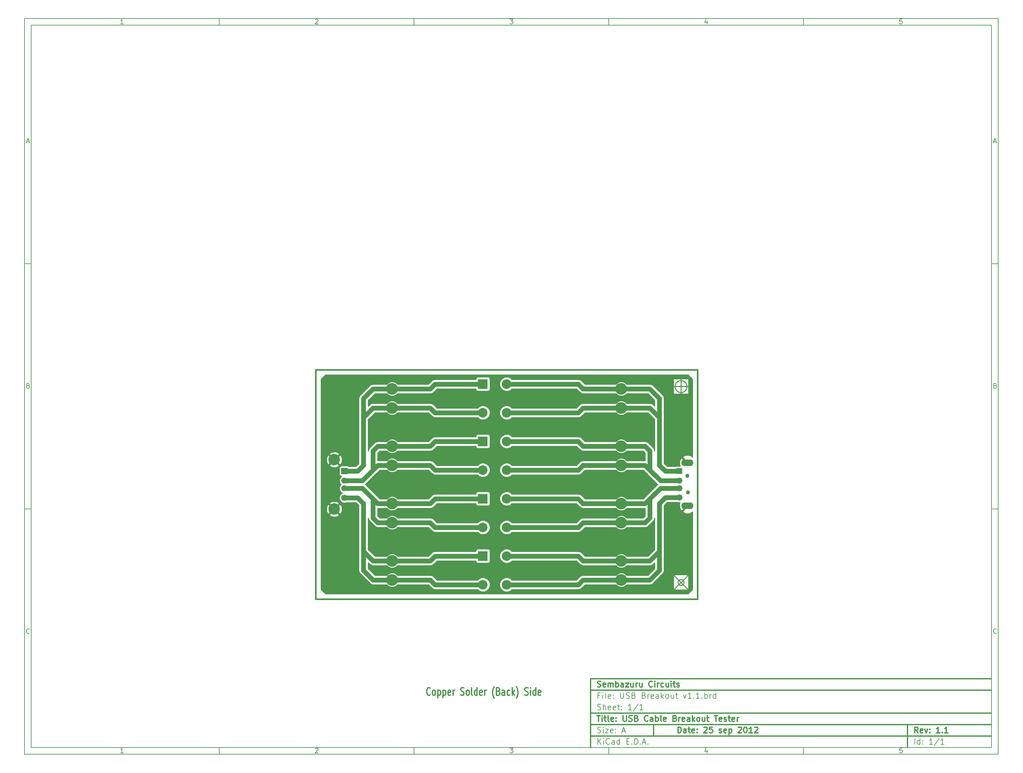
<source format=gbl>
G04 (created by PCBNEW-RS274X (2012-01-19 BZR 3256)-stable) date 25/09/2012 17:33:03*
G01*
G70*
G90*
%MOIN*%
G04 Gerber Fmt 3.4, Leading zero omitted, Abs format*
%FSLAX34Y34*%
G04 APERTURE LIST*
%ADD10C,0.006000*%
%ADD11C,0.012000*%
%ADD12C,0.010000*%
%ADD13C,0.015000*%
%ADD14R,0.100000X0.100000*%
%ADD15C,0.100000*%
%ADD16R,0.063200X0.063200*%
%ADD17O,0.066200X0.059100*%
%ADD18C,0.066200*%
%ADD19O,0.128400X0.069400*%
%ADD20C,0.043300*%
%ADD21R,0.066200X0.066200*%
%ADD22C,0.120600*%
%ADD23C,0.123000*%
%ADD24C,0.050000*%
G04 APERTURE END LIST*
G54D10*
X-30500Y36750D02*
X71500Y36750D01*
X71500Y-40250D01*
X-30500Y-40250D01*
X-30500Y36750D01*
X-29800Y36050D02*
X70800Y36050D01*
X70800Y-39550D01*
X-29800Y-39550D01*
X-29800Y36050D01*
X-10100Y36750D02*
X-10100Y36050D01*
X-20157Y36198D02*
X-20443Y36198D01*
X-20300Y36198D02*
X-20300Y36698D01*
X-20348Y36626D01*
X-20395Y36579D01*
X-20443Y36555D01*
X-10100Y-40250D02*
X-10100Y-39550D01*
X-20157Y-40102D02*
X-20443Y-40102D01*
X-20300Y-40102D02*
X-20300Y-39602D01*
X-20348Y-39674D01*
X-20395Y-39721D01*
X-20443Y-39745D01*
X10300Y36750D02*
X10300Y36050D01*
X-00043Y36650D02*
X-00019Y36674D01*
X00029Y36698D01*
X00148Y36698D01*
X00195Y36674D01*
X00219Y36650D01*
X00243Y36602D01*
X00243Y36555D01*
X00219Y36483D01*
X-00067Y36198D01*
X00243Y36198D01*
X10300Y-40250D02*
X10300Y-39550D01*
X-00043Y-39650D02*
X-00019Y-39626D01*
X00029Y-39602D01*
X00148Y-39602D01*
X00195Y-39626D01*
X00219Y-39650D01*
X00243Y-39698D01*
X00243Y-39745D01*
X00219Y-39817D01*
X-00067Y-40102D01*
X00243Y-40102D01*
X30700Y36750D02*
X30700Y36050D01*
X20333Y36698D02*
X20643Y36698D01*
X20476Y36507D01*
X20548Y36507D01*
X20595Y36483D01*
X20619Y36460D01*
X20643Y36412D01*
X20643Y36293D01*
X20619Y36245D01*
X20595Y36221D01*
X20548Y36198D01*
X20405Y36198D01*
X20357Y36221D01*
X20333Y36245D01*
X30700Y-40250D02*
X30700Y-39550D01*
X20333Y-39602D02*
X20643Y-39602D01*
X20476Y-39793D01*
X20548Y-39793D01*
X20595Y-39817D01*
X20619Y-39840D01*
X20643Y-39888D01*
X20643Y-40007D01*
X20619Y-40055D01*
X20595Y-40079D01*
X20548Y-40102D01*
X20405Y-40102D01*
X20357Y-40079D01*
X20333Y-40055D01*
X51100Y36750D02*
X51100Y36050D01*
X40995Y36531D02*
X40995Y36198D01*
X40876Y36721D02*
X40757Y36364D01*
X41067Y36364D01*
X51100Y-40250D02*
X51100Y-39550D01*
X40995Y-39769D02*
X40995Y-40102D01*
X40876Y-39579D02*
X40757Y-39936D01*
X41067Y-39936D01*
X61419Y36698D02*
X61181Y36698D01*
X61157Y36460D01*
X61181Y36483D01*
X61229Y36507D01*
X61348Y36507D01*
X61395Y36483D01*
X61419Y36460D01*
X61443Y36412D01*
X61443Y36293D01*
X61419Y36245D01*
X61395Y36221D01*
X61348Y36198D01*
X61229Y36198D01*
X61181Y36221D01*
X61157Y36245D01*
X61419Y-39602D02*
X61181Y-39602D01*
X61157Y-39840D01*
X61181Y-39817D01*
X61229Y-39793D01*
X61348Y-39793D01*
X61395Y-39817D01*
X61419Y-39840D01*
X61443Y-39888D01*
X61443Y-40007D01*
X61419Y-40055D01*
X61395Y-40079D01*
X61348Y-40102D01*
X61229Y-40102D01*
X61181Y-40079D01*
X61157Y-40055D01*
X-30500Y11090D02*
X-29800Y11090D01*
X-30269Y23860D02*
X-30031Y23860D01*
X-30316Y23718D02*
X-30150Y24218D01*
X-29983Y23718D01*
X71500Y11090D02*
X70800Y11090D01*
X71031Y23860D02*
X71269Y23860D01*
X70984Y23718D02*
X71150Y24218D01*
X71317Y23718D01*
X-30500Y-14570D02*
X-29800Y-14570D01*
X-30114Y-01680D02*
X-30043Y-01704D01*
X-30019Y-01728D01*
X-29995Y-01776D01*
X-29995Y-01847D01*
X-30019Y-01895D01*
X-30043Y-01919D01*
X-30090Y-01942D01*
X-30281Y-01942D01*
X-30281Y-01442D01*
X-30114Y-01442D01*
X-30067Y-01466D01*
X-30043Y-01490D01*
X-30019Y-01538D01*
X-30019Y-01585D01*
X-30043Y-01633D01*
X-30067Y-01657D01*
X-30114Y-01680D01*
X-30281Y-01680D01*
X71500Y-14570D02*
X70800Y-14570D01*
X71186Y-01680D02*
X71257Y-01704D01*
X71281Y-01728D01*
X71305Y-01776D01*
X71305Y-01847D01*
X71281Y-01895D01*
X71257Y-01919D01*
X71210Y-01942D01*
X71019Y-01942D01*
X71019Y-01442D01*
X71186Y-01442D01*
X71233Y-01466D01*
X71257Y-01490D01*
X71281Y-01538D01*
X71281Y-01585D01*
X71257Y-01633D01*
X71233Y-01657D01*
X71186Y-01680D01*
X71019Y-01680D01*
X-29995Y-27555D02*
X-30019Y-27579D01*
X-30090Y-27602D01*
X-30138Y-27602D01*
X-30210Y-27579D01*
X-30257Y-27531D01*
X-30281Y-27483D01*
X-30305Y-27388D01*
X-30305Y-27317D01*
X-30281Y-27221D01*
X-30257Y-27174D01*
X-30210Y-27126D01*
X-30138Y-27102D01*
X-30090Y-27102D01*
X-30019Y-27126D01*
X-29995Y-27150D01*
X71305Y-27555D02*
X71281Y-27579D01*
X71210Y-27602D01*
X71162Y-27602D01*
X71090Y-27579D01*
X71043Y-27531D01*
X71019Y-27483D01*
X70995Y-27388D01*
X70995Y-27317D01*
X71019Y-27221D01*
X71043Y-27174D01*
X71090Y-27126D01*
X71162Y-27102D01*
X71210Y-27102D01*
X71281Y-27126D01*
X71305Y-27150D01*
G54D11*
X37943Y-37993D02*
X37943Y-37393D01*
X38086Y-37393D01*
X38171Y-37421D01*
X38229Y-37479D01*
X38257Y-37536D01*
X38286Y-37650D01*
X38286Y-37736D01*
X38257Y-37850D01*
X38229Y-37907D01*
X38171Y-37964D01*
X38086Y-37993D01*
X37943Y-37993D01*
X38800Y-37993D02*
X38800Y-37679D01*
X38771Y-37621D01*
X38714Y-37593D01*
X38600Y-37593D01*
X38543Y-37621D01*
X38800Y-37964D02*
X38743Y-37993D01*
X38600Y-37993D01*
X38543Y-37964D01*
X38514Y-37907D01*
X38514Y-37850D01*
X38543Y-37793D01*
X38600Y-37764D01*
X38743Y-37764D01*
X38800Y-37736D01*
X39000Y-37593D02*
X39229Y-37593D01*
X39086Y-37393D02*
X39086Y-37907D01*
X39114Y-37964D01*
X39172Y-37993D01*
X39229Y-37993D01*
X39657Y-37964D02*
X39600Y-37993D01*
X39486Y-37993D01*
X39429Y-37964D01*
X39400Y-37907D01*
X39400Y-37679D01*
X39429Y-37621D01*
X39486Y-37593D01*
X39600Y-37593D01*
X39657Y-37621D01*
X39686Y-37679D01*
X39686Y-37736D01*
X39400Y-37793D01*
X39943Y-37936D02*
X39971Y-37964D01*
X39943Y-37993D01*
X39914Y-37964D01*
X39943Y-37936D01*
X39943Y-37993D01*
X39943Y-37621D02*
X39971Y-37650D01*
X39943Y-37679D01*
X39914Y-37650D01*
X39943Y-37621D01*
X39943Y-37679D01*
X40657Y-37450D02*
X40686Y-37421D01*
X40743Y-37393D01*
X40886Y-37393D01*
X40943Y-37421D01*
X40972Y-37450D01*
X41000Y-37507D01*
X41000Y-37564D01*
X40972Y-37650D01*
X40629Y-37993D01*
X41000Y-37993D01*
X41543Y-37393D02*
X41257Y-37393D01*
X41228Y-37679D01*
X41257Y-37650D01*
X41314Y-37621D01*
X41457Y-37621D01*
X41514Y-37650D01*
X41543Y-37679D01*
X41571Y-37736D01*
X41571Y-37879D01*
X41543Y-37936D01*
X41514Y-37964D01*
X41457Y-37993D01*
X41314Y-37993D01*
X41257Y-37964D01*
X41228Y-37936D01*
X42256Y-37964D02*
X42313Y-37993D01*
X42428Y-37993D01*
X42485Y-37964D01*
X42513Y-37907D01*
X42513Y-37879D01*
X42485Y-37821D01*
X42428Y-37793D01*
X42342Y-37793D01*
X42285Y-37764D01*
X42256Y-37707D01*
X42256Y-37679D01*
X42285Y-37621D01*
X42342Y-37593D01*
X42428Y-37593D01*
X42485Y-37621D01*
X42999Y-37964D02*
X42942Y-37993D01*
X42828Y-37993D01*
X42771Y-37964D01*
X42742Y-37907D01*
X42742Y-37679D01*
X42771Y-37621D01*
X42828Y-37593D01*
X42942Y-37593D01*
X42999Y-37621D01*
X43028Y-37679D01*
X43028Y-37736D01*
X42742Y-37793D01*
X43285Y-37593D02*
X43285Y-38193D01*
X43285Y-37621D02*
X43342Y-37593D01*
X43456Y-37593D01*
X43513Y-37621D01*
X43542Y-37650D01*
X43571Y-37707D01*
X43571Y-37879D01*
X43542Y-37936D01*
X43513Y-37964D01*
X43456Y-37993D01*
X43342Y-37993D01*
X43285Y-37964D01*
X44256Y-37450D02*
X44285Y-37421D01*
X44342Y-37393D01*
X44485Y-37393D01*
X44542Y-37421D01*
X44571Y-37450D01*
X44599Y-37507D01*
X44599Y-37564D01*
X44571Y-37650D01*
X44228Y-37993D01*
X44599Y-37993D01*
X44970Y-37393D02*
X45027Y-37393D01*
X45084Y-37421D01*
X45113Y-37450D01*
X45142Y-37507D01*
X45170Y-37621D01*
X45170Y-37764D01*
X45142Y-37879D01*
X45113Y-37936D01*
X45084Y-37964D01*
X45027Y-37993D01*
X44970Y-37993D01*
X44913Y-37964D01*
X44884Y-37936D01*
X44856Y-37879D01*
X44827Y-37764D01*
X44827Y-37621D01*
X44856Y-37507D01*
X44884Y-37450D01*
X44913Y-37421D01*
X44970Y-37393D01*
X45741Y-37993D02*
X45398Y-37993D01*
X45570Y-37993D02*
X45570Y-37393D01*
X45513Y-37479D01*
X45455Y-37536D01*
X45398Y-37564D01*
X45969Y-37450D02*
X45998Y-37421D01*
X46055Y-37393D01*
X46198Y-37393D01*
X46255Y-37421D01*
X46284Y-37450D01*
X46312Y-37507D01*
X46312Y-37564D01*
X46284Y-37650D01*
X45941Y-37993D01*
X46312Y-37993D01*
G54D10*
X29543Y-39193D02*
X29543Y-38593D01*
X29886Y-39193D02*
X29629Y-38850D01*
X29886Y-38593D02*
X29543Y-38936D01*
X30143Y-39193D02*
X30143Y-38793D01*
X30143Y-38593D02*
X30114Y-38621D01*
X30143Y-38650D01*
X30171Y-38621D01*
X30143Y-38593D01*
X30143Y-38650D01*
X30772Y-39136D02*
X30743Y-39164D01*
X30657Y-39193D01*
X30600Y-39193D01*
X30515Y-39164D01*
X30457Y-39107D01*
X30429Y-39050D01*
X30400Y-38936D01*
X30400Y-38850D01*
X30429Y-38736D01*
X30457Y-38679D01*
X30515Y-38621D01*
X30600Y-38593D01*
X30657Y-38593D01*
X30743Y-38621D01*
X30772Y-38650D01*
X31286Y-39193D02*
X31286Y-38879D01*
X31257Y-38821D01*
X31200Y-38793D01*
X31086Y-38793D01*
X31029Y-38821D01*
X31286Y-39164D02*
X31229Y-39193D01*
X31086Y-39193D01*
X31029Y-39164D01*
X31000Y-39107D01*
X31000Y-39050D01*
X31029Y-38993D01*
X31086Y-38964D01*
X31229Y-38964D01*
X31286Y-38936D01*
X31829Y-39193D02*
X31829Y-38593D01*
X31829Y-39164D02*
X31772Y-39193D01*
X31658Y-39193D01*
X31600Y-39164D01*
X31572Y-39136D01*
X31543Y-39079D01*
X31543Y-38907D01*
X31572Y-38850D01*
X31600Y-38821D01*
X31658Y-38793D01*
X31772Y-38793D01*
X31829Y-38821D01*
X32572Y-38879D02*
X32772Y-38879D01*
X32858Y-39193D02*
X32572Y-39193D01*
X32572Y-38593D01*
X32858Y-38593D01*
X33115Y-39136D02*
X33143Y-39164D01*
X33115Y-39193D01*
X33086Y-39164D01*
X33115Y-39136D01*
X33115Y-39193D01*
X33401Y-39193D02*
X33401Y-38593D01*
X33544Y-38593D01*
X33629Y-38621D01*
X33687Y-38679D01*
X33715Y-38736D01*
X33744Y-38850D01*
X33744Y-38936D01*
X33715Y-39050D01*
X33687Y-39107D01*
X33629Y-39164D01*
X33544Y-39193D01*
X33401Y-39193D01*
X34001Y-39136D02*
X34029Y-39164D01*
X34001Y-39193D01*
X33972Y-39164D01*
X34001Y-39136D01*
X34001Y-39193D01*
X34258Y-39021D02*
X34544Y-39021D01*
X34201Y-39193D02*
X34401Y-38593D01*
X34601Y-39193D01*
X34801Y-39136D02*
X34829Y-39164D01*
X34801Y-39193D01*
X34772Y-39164D01*
X34801Y-39136D01*
X34801Y-39193D01*
G54D11*
X63086Y-37993D02*
X62886Y-37707D01*
X62743Y-37993D02*
X62743Y-37393D01*
X62971Y-37393D01*
X63029Y-37421D01*
X63057Y-37450D01*
X63086Y-37507D01*
X63086Y-37593D01*
X63057Y-37650D01*
X63029Y-37679D01*
X62971Y-37707D01*
X62743Y-37707D01*
X63571Y-37964D02*
X63514Y-37993D01*
X63400Y-37993D01*
X63343Y-37964D01*
X63314Y-37907D01*
X63314Y-37679D01*
X63343Y-37621D01*
X63400Y-37593D01*
X63514Y-37593D01*
X63571Y-37621D01*
X63600Y-37679D01*
X63600Y-37736D01*
X63314Y-37793D01*
X63800Y-37593D02*
X63943Y-37993D01*
X64085Y-37593D01*
X64314Y-37936D02*
X64342Y-37964D01*
X64314Y-37993D01*
X64285Y-37964D01*
X64314Y-37936D01*
X64314Y-37993D01*
X64314Y-37621D02*
X64342Y-37650D01*
X64314Y-37679D01*
X64285Y-37650D01*
X64314Y-37621D01*
X64314Y-37679D01*
X65371Y-37993D02*
X65028Y-37993D01*
X65200Y-37993D02*
X65200Y-37393D01*
X65143Y-37479D01*
X65085Y-37536D01*
X65028Y-37564D01*
X65628Y-37936D02*
X65656Y-37964D01*
X65628Y-37993D01*
X65599Y-37964D01*
X65628Y-37936D01*
X65628Y-37993D01*
X66228Y-37993D02*
X65885Y-37993D01*
X66057Y-37993D02*
X66057Y-37393D01*
X66000Y-37479D01*
X65942Y-37536D01*
X65885Y-37564D01*
G54D10*
X29514Y-37964D02*
X29600Y-37993D01*
X29743Y-37993D01*
X29800Y-37964D01*
X29829Y-37936D01*
X29857Y-37879D01*
X29857Y-37821D01*
X29829Y-37764D01*
X29800Y-37736D01*
X29743Y-37707D01*
X29629Y-37679D01*
X29571Y-37650D01*
X29543Y-37621D01*
X29514Y-37564D01*
X29514Y-37507D01*
X29543Y-37450D01*
X29571Y-37421D01*
X29629Y-37393D01*
X29771Y-37393D01*
X29857Y-37421D01*
X30114Y-37993D02*
X30114Y-37593D01*
X30114Y-37393D02*
X30085Y-37421D01*
X30114Y-37450D01*
X30142Y-37421D01*
X30114Y-37393D01*
X30114Y-37450D01*
X30343Y-37593D02*
X30657Y-37593D01*
X30343Y-37993D01*
X30657Y-37993D01*
X31114Y-37964D02*
X31057Y-37993D01*
X30943Y-37993D01*
X30886Y-37964D01*
X30857Y-37907D01*
X30857Y-37679D01*
X30886Y-37621D01*
X30943Y-37593D01*
X31057Y-37593D01*
X31114Y-37621D01*
X31143Y-37679D01*
X31143Y-37736D01*
X30857Y-37793D01*
X31400Y-37936D02*
X31428Y-37964D01*
X31400Y-37993D01*
X31371Y-37964D01*
X31400Y-37936D01*
X31400Y-37993D01*
X31400Y-37621D02*
X31428Y-37650D01*
X31400Y-37679D01*
X31371Y-37650D01*
X31400Y-37621D01*
X31400Y-37679D01*
X32114Y-37821D02*
X32400Y-37821D01*
X32057Y-37993D02*
X32257Y-37393D01*
X32457Y-37993D01*
X62743Y-39193D02*
X62743Y-38593D01*
X63286Y-39193D02*
X63286Y-38593D01*
X63286Y-39164D02*
X63229Y-39193D01*
X63115Y-39193D01*
X63057Y-39164D01*
X63029Y-39136D01*
X63000Y-39079D01*
X63000Y-38907D01*
X63029Y-38850D01*
X63057Y-38821D01*
X63115Y-38793D01*
X63229Y-38793D01*
X63286Y-38821D01*
X63572Y-39136D02*
X63600Y-39164D01*
X63572Y-39193D01*
X63543Y-39164D01*
X63572Y-39136D01*
X63572Y-39193D01*
X63572Y-38821D02*
X63600Y-38850D01*
X63572Y-38879D01*
X63543Y-38850D01*
X63572Y-38821D01*
X63572Y-38879D01*
X64629Y-39193D02*
X64286Y-39193D01*
X64458Y-39193D02*
X64458Y-38593D01*
X64401Y-38679D01*
X64343Y-38736D01*
X64286Y-38764D01*
X65314Y-38564D02*
X64800Y-39336D01*
X65829Y-39193D02*
X65486Y-39193D01*
X65658Y-39193D02*
X65658Y-38593D01*
X65601Y-38679D01*
X65543Y-38736D01*
X65486Y-38764D01*
G54D11*
X29457Y-36193D02*
X29800Y-36193D01*
X29629Y-36793D02*
X29629Y-36193D01*
X30000Y-36793D02*
X30000Y-36393D01*
X30000Y-36193D02*
X29971Y-36221D01*
X30000Y-36250D01*
X30028Y-36221D01*
X30000Y-36193D01*
X30000Y-36250D01*
X30200Y-36393D02*
X30429Y-36393D01*
X30286Y-36193D02*
X30286Y-36707D01*
X30314Y-36764D01*
X30372Y-36793D01*
X30429Y-36793D01*
X30715Y-36793D02*
X30657Y-36764D01*
X30629Y-36707D01*
X30629Y-36193D01*
X31171Y-36764D02*
X31114Y-36793D01*
X31000Y-36793D01*
X30943Y-36764D01*
X30914Y-36707D01*
X30914Y-36479D01*
X30943Y-36421D01*
X31000Y-36393D01*
X31114Y-36393D01*
X31171Y-36421D01*
X31200Y-36479D01*
X31200Y-36536D01*
X30914Y-36593D01*
X31457Y-36736D02*
X31485Y-36764D01*
X31457Y-36793D01*
X31428Y-36764D01*
X31457Y-36736D01*
X31457Y-36793D01*
X31457Y-36421D02*
X31485Y-36450D01*
X31457Y-36479D01*
X31428Y-36450D01*
X31457Y-36421D01*
X31457Y-36479D01*
X32200Y-36193D02*
X32200Y-36679D01*
X32228Y-36736D01*
X32257Y-36764D01*
X32314Y-36793D01*
X32428Y-36793D01*
X32486Y-36764D01*
X32514Y-36736D01*
X32543Y-36679D01*
X32543Y-36193D01*
X32800Y-36764D02*
X32886Y-36793D01*
X33029Y-36793D01*
X33086Y-36764D01*
X33115Y-36736D01*
X33143Y-36679D01*
X33143Y-36621D01*
X33115Y-36564D01*
X33086Y-36536D01*
X33029Y-36507D01*
X32915Y-36479D01*
X32857Y-36450D01*
X32829Y-36421D01*
X32800Y-36364D01*
X32800Y-36307D01*
X32829Y-36250D01*
X32857Y-36221D01*
X32915Y-36193D01*
X33057Y-36193D01*
X33143Y-36221D01*
X33600Y-36479D02*
X33686Y-36507D01*
X33714Y-36536D01*
X33743Y-36593D01*
X33743Y-36679D01*
X33714Y-36736D01*
X33686Y-36764D01*
X33628Y-36793D01*
X33400Y-36793D01*
X33400Y-36193D01*
X33600Y-36193D01*
X33657Y-36221D01*
X33686Y-36250D01*
X33714Y-36307D01*
X33714Y-36364D01*
X33686Y-36421D01*
X33657Y-36450D01*
X33600Y-36479D01*
X33400Y-36479D01*
X34800Y-36736D02*
X34771Y-36764D01*
X34685Y-36793D01*
X34628Y-36793D01*
X34543Y-36764D01*
X34485Y-36707D01*
X34457Y-36650D01*
X34428Y-36536D01*
X34428Y-36450D01*
X34457Y-36336D01*
X34485Y-36279D01*
X34543Y-36221D01*
X34628Y-36193D01*
X34685Y-36193D01*
X34771Y-36221D01*
X34800Y-36250D01*
X35314Y-36793D02*
X35314Y-36479D01*
X35285Y-36421D01*
X35228Y-36393D01*
X35114Y-36393D01*
X35057Y-36421D01*
X35314Y-36764D02*
X35257Y-36793D01*
X35114Y-36793D01*
X35057Y-36764D01*
X35028Y-36707D01*
X35028Y-36650D01*
X35057Y-36593D01*
X35114Y-36564D01*
X35257Y-36564D01*
X35314Y-36536D01*
X35600Y-36793D02*
X35600Y-36193D01*
X35600Y-36421D02*
X35657Y-36393D01*
X35771Y-36393D01*
X35828Y-36421D01*
X35857Y-36450D01*
X35886Y-36507D01*
X35886Y-36679D01*
X35857Y-36736D01*
X35828Y-36764D01*
X35771Y-36793D01*
X35657Y-36793D01*
X35600Y-36764D01*
X36229Y-36793D02*
X36171Y-36764D01*
X36143Y-36707D01*
X36143Y-36193D01*
X36685Y-36764D02*
X36628Y-36793D01*
X36514Y-36793D01*
X36457Y-36764D01*
X36428Y-36707D01*
X36428Y-36479D01*
X36457Y-36421D01*
X36514Y-36393D01*
X36628Y-36393D01*
X36685Y-36421D01*
X36714Y-36479D01*
X36714Y-36536D01*
X36428Y-36593D01*
X37628Y-36479D02*
X37714Y-36507D01*
X37742Y-36536D01*
X37771Y-36593D01*
X37771Y-36679D01*
X37742Y-36736D01*
X37714Y-36764D01*
X37656Y-36793D01*
X37428Y-36793D01*
X37428Y-36193D01*
X37628Y-36193D01*
X37685Y-36221D01*
X37714Y-36250D01*
X37742Y-36307D01*
X37742Y-36364D01*
X37714Y-36421D01*
X37685Y-36450D01*
X37628Y-36479D01*
X37428Y-36479D01*
X38028Y-36793D02*
X38028Y-36393D01*
X38028Y-36507D02*
X38056Y-36450D01*
X38085Y-36421D01*
X38142Y-36393D01*
X38199Y-36393D01*
X38627Y-36764D02*
X38570Y-36793D01*
X38456Y-36793D01*
X38399Y-36764D01*
X38370Y-36707D01*
X38370Y-36479D01*
X38399Y-36421D01*
X38456Y-36393D01*
X38570Y-36393D01*
X38627Y-36421D01*
X38656Y-36479D01*
X38656Y-36536D01*
X38370Y-36593D01*
X39170Y-36793D02*
X39170Y-36479D01*
X39141Y-36421D01*
X39084Y-36393D01*
X38970Y-36393D01*
X38913Y-36421D01*
X39170Y-36764D02*
X39113Y-36793D01*
X38970Y-36793D01*
X38913Y-36764D01*
X38884Y-36707D01*
X38884Y-36650D01*
X38913Y-36593D01*
X38970Y-36564D01*
X39113Y-36564D01*
X39170Y-36536D01*
X39456Y-36793D02*
X39456Y-36193D01*
X39513Y-36564D02*
X39684Y-36793D01*
X39684Y-36393D02*
X39456Y-36621D01*
X40028Y-36793D02*
X39970Y-36764D01*
X39942Y-36736D01*
X39913Y-36679D01*
X39913Y-36507D01*
X39942Y-36450D01*
X39970Y-36421D01*
X40028Y-36393D01*
X40113Y-36393D01*
X40170Y-36421D01*
X40199Y-36450D01*
X40228Y-36507D01*
X40228Y-36679D01*
X40199Y-36736D01*
X40170Y-36764D01*
X40113Y-36793D01*
X40028Y-36793D01*
X40742Y-36393D02*
X40742Y-36793D01*
X40485Y-36393D02*
X40485Y-36707D01*
X40513Y-36764D01*
X40571Y-36793D01*
X40656Y-36793D01*
X40713Y-36764D01*
X40742Y-36736D01*
X40942Y-36393D02*
X41171Y-36393D01*
X41028Y-36193D02*
X41028Y-36707D01*
X41056Y-36764D01*
X41114Y-36793D01*
X41171Y-36793D01*
X41742Y-36193D02*
X42085Y-36193D01*
X41914Y-36793D02*
X41914Y-36193D01*
X42513Y-36764D02*
X42456Y-36793D01*
X42342Y-36793D01*
X42285Y-36764D01*
X42256Y-36707D01*
X42256Y-36479D01*
X42285Y-36421D01*
X42342Y-36393D01*
X42456Y-36393D01*
X42513Y-36421D01*
X42542Y-36479D01*
X42542Y-36536D01*
X42256Y-36593D01*
X42770Y-36764D02*
X42827Y-36793D01*
X42942Y-36793D01*
X42999Y-36764D01*
X43027Y-36707D01*
X43027Y-36679D01*
X42999Y-36621D01*
X42942Y-36593D01*
X42856Y-36593D01*
X42799Y-36564D01*
X42770Y-36507D01*
X42770Y-36479D01*
X42799Y-36421D01*
X42856Y-36393D01*
X42942Y-36393D01*
X42999Y-36421D01*
X43199Y-36393D02*
X43428Y-36393D01*
X43285Y-36193D02*
X43285Y-36707D01*
X43313Y-36764D01*
X43371Y-36793D01*
X43428Y-36793D01*
X43856Y-36764D02*
X43799Y-36793D01*
X43685Y-36793D01*
X43628Y-36764D01*
X43599Y-36707D01*
X43599Y-36479D01*
X43628Y-36421D01*
X43685Y-36393D01*
X43799Y-36393D01*
X43856Y-36421D01*
X43885Y-36479D01*
X43885Y-36536D01*
X43599Y-36593D01*
X44142Y-36793D02*
X44142Y-36393D01*
X44142Y-36507D02*
X44170Y-36450D01*
X44199Y-36421D01*
X44256Y-36393D01*
X44313Y-36393D01*
G54D10*
X29743Y-34079D02*
X29543Y-34079D01*
X29543Y-34393D02*
X29543Y-33793D01*
X29829Y-33793D01*
X30057Y-34393D02*
X30057Y-33993D01*
X30057Y-33793D02*
X30028Y-33821D01*
X30057Y-33850D01*
X30085Y-33821D01*
X30057Y-33793D01*
X30057Y-33850D01*
X30429Y-34393D02*
X30371Y-34364D01*
X30343Y-34307D01*
X30343Y-33793D01*
X30885Y-34364D02*
X30828Y-34393D01*
X30714Y-34393D01*
X30657Y-34364D01*
X30628Y-34307D01*
X30628Y-34079D01*
X30657Y-34021D01*
X30714Y-33993D01*
X30828Y-33993D01*
X30885Y-34021D01*
X30914Y-34079D01*
X30914Y-34136D01*
X30628Y-34193D01*
X31171Y-34336D02*
X31199Y-34364D01*
X31171Y-34393D01*
X31142Y-34364D01*
X31171Y-34336D01*
X31171Y-34393D01*
X31171Y-34021D02*
X31199Y-34050D01*
X31171Y-34079D01*
X31142Y-34050D01*
X31171Y-34021D01*
X31171Y-34079D01*
X31914Y-33793D02*
X31914Y-34279D01*
X31942Y-34336D01*
X31971Y-34364D01*
X32028Y-34393D01*
X32142Y-34393D01*
X32200Y-34364D01*
X32228Y-34336D01*
X32257Y-34279D01*
X32257Y-33793D01*
X32514Y-34364D02*
X32600Y-34393D01*
X32743Y-34393D01*
X32800Y-34364D01*
X32829Y-34336D01*
X32857Y-34279D01*
X32857Y-34221D01*
X32829Y-34164D01*
X32800Y-34136D01*
X32743Y-34107D01*
X32629Y-34079D01*
X32571Y-34050D01*
X32543Y-34021D01*
X32514Y-33964D01*
X32514Y-33907D01*
X32543Y-33850D01*
X32571Y-33821D01*
X32629Y-33793D01*
X32771Y-33793D01*
X32857Y-33821D01*
X33314Y-34079D02*
X33400Y-34107D01*
X33428Y-34136D01*
X33457Y-34193D01*
X33457Y-34279D01*
X33428Y-34336D01*
X33400Y-34364D01*
X33342Y-34393D01*
X33114Y-34393D01*
X33114Y-33793D01*
X33314Y-33793D01*
X33371Y-33821D01*
X33400Y-33850D01*
X33428Y-33907D01*
X33428Y-33964D01*
X33400Y-34021D01*
X33371Y-34050D01*
X33314Y-34079D01*
X33114Y-34079D01*
X34371Y-34079D02*
X34457Y-34107D01*
X34485Y-34136D01*
X34514Y-34193D01*
X34514Y-34279D01*
X34485Y-34336D01*
X34457Y-34364D01*
X34399Y-34393D01*
X34171Y-34393D01*
X34171Y-33793D01*
X34371Y-33793D01*
X34428Y-33821D01*
X34457Y-33850D01*
X34485Y-33907D01*
X34485Y-33964D01*
X34457Y-34021D01*
X34428Y-34050D01*
X34371Y-34079D01*
X34171Y-34079D01*
X34771Y-34393D02*
X34771Y-33993D01*
X34771Y-34107D02*
X34799Y-34050D01*
X34828Y-34021D01*
X34885Y-33993D01*
X34942Y-33993D01*
X35370Y-34364D02*
X35313Y-34393D01*
X35199Y-34393D01*
X35142Y-34364D01*
X35113Y-34307D01*
X35113Y-34079D01*
X35142Y-34021D01*
X35199Y-33993D01*
X35313Y-33993D01*
X35370Y-34021D01*
X35399Y-34079D01*
X35399Y-34136D01*
X35113Y-34193D01*
X35913Y-34393D02*
X35913Y-34079D01*
X35884Y-34021D01*
X35827Y-33993D01*
X35713Y-33993D01*
X35656Y-34021D01*
X35913Y-34364D02*
X35856Y-34393D01*
X35713Y-34393D01*
X35656Y-34364D01*
X35627Y-34307D01*
X35627Y-34250D01*
X35656Y-34193D01*
X35713Y-34164D01*
X35856Y-34164D01*
X35913Y-34136D01*
X36199Y-34393D02*
X36199Y-33793D01*
X36256Y-34164D02*
X36427Y-34393D01*
X36427Y-33993D02*
X36199Y-34221D01*
X36771Y-34393D02*
X36713Y-34364D01*
X36685Y-34336D01*
X36656Y-34279D01*
X36656Y-34107D01*
X36685Y-34050D01*
X36713Y-34021D01*
X36771Y-33993D01*
X36856Y-33993D01*
X36913Y-34021D01*
X36942Y-34050D01*
X36971Y-34107D01*
X36971Y-34279D01*
X36942Y-34336D01*
X36913Y-34364D01*
X36856Y-34393D01*
X36771Y-34393D01*
X37485Y-33993D02*
X37485Y-34393D01*
X37228Y-33993D02*
X37228Y-34307D01*
X37256Y-34364D01*
X37314Y-34393D01*
X37399Y-34393D01*
X37456Y-34364D01*
X37485Y-34336D01*
X37685Y-33993D02*
X37914Y-33993D01*
X37771Y-33793D02*
X37771Y-34307D01*
X37799Y-34364D01*
X37857Y-34393D01*
X37914Y-34393D01*
X38514Y-33993D02*
X38657Y-34393D01*
X38799Y-33993D01*
X39342Y-34393D02*
X38999Y-34393D01*
X39171Y-34393D02*
X39171Y-33793D01*
X39114Y-33879D01*
X39056Y-33936D01*
X38999Y-33964D01*
X39599Y-34336D02*
X39627Y-34364D01*
X39599Y-34393D01*
X39570Y-34364D01*
X39599Y-34336D01*
X39599Y-34393D01*
X40199Y-34393D02*
X39856Y-34393D01*
X40028Y-34393D02*
X40028Y-33793D01*
X39971Y-33879D01*
X39913Y-33936D01*
X39856Y-33964D01*
X40456Y-34336D02*
X40484Y-34364D01*
X40456Y-34393D01*
X40427Y-34364D01*
X40456Y-34336D01*
X40456Y-34393D01*
X40742Y-34393D02*
X40742Y-33793D01*
X40742Y-34021D02*
X40799Y-33993D01*
X40913Y-33993D01*
X40970Y-34021D01*
X40999Y-34050D01*
X41028Y-34107D01*
X41028Y-34279D01*
X40999Y-34336D01*
X40970Y-34364D01*
X40913Y-34393D01*
X40799Y-34393D01*
X40742Y-34364D01*
X41285Y-34393D02*
X41285Y-33993D01*
X41285Y-34107D02*
X41313Y-34050D01*
X41342Y-34021D01*
X41399Y-33993D01*
X41456Y-33993D01*
X41913Y-34393D02*
X41913Y-33793D01*
X41913Y-34364D02*
X41856Y-34393D01*
X41742Y-34393D01*
X41684Y-34364D01*
X41656Y-34336D01*
X41627Y-34279D01*
X41627Y-34107D01*
X41656Y-34050D01*
X41684Y-34021D01*
X41742Y-33993D01*
X41856Y-33993D01*
X41913Y-34021D01*
X29514Y-35564D02*
X29600Y-35593D01*
X29743Y-35593D01*
X29800Y-35564D01*
X29829Y-35536D01*
X29857Y-35479D01*
X29857Y-35421D01*
X29829Y-35364D01*
X29800Y-35336D01*
X29743Y-35307D01*
X29629Y-35279D01*
X29571Y-35250D01*
X29543Y-35221D01*
X29514Y-35164D01*
X29514Y-35107D01*
X29543Y-35050D01*
X29571Y-35021D01*
X29629Y-34993D01*
X29771Y-34993D01*
X29857Y-35021D01*
X30114Y-35593D02*
X30114Y-34993D01*
X30371Y-35593D02*
X30371Y-35279D01*
X30342Y-35221D01*
X30285Y-35193D01*
X30200Y-35193D01*
X30142Y-35221D01*
X30114Y-35250D01*
X30885Y-35564D02*
X30828Y-35593D01*
X30714Y-35593D01*
X30657Y-35564D01*
X30628Y-35507D01*
X30628Y-35279D01*
X30657Y-35221D01*
X30714Y-35193D01*
X30828Y-35193D01*
X30885Y-35221D01*
X30914Y-35279D01*
X30914Y-35336D01*
X30628Y-35393D01*
X31399Y-35564D02*
X31342Y-35593D01*
X31228Y-35593D01*
X31171Y-35564D01*
X31142Y-35507D01*
X31142Y-35279D01*
X31171Y-35221D01*
X31228Y-35193D01*
X31342Y-35193D01*
X31399Y-35221D01*
X31428Y-35279D01*
X31428Y-35336D01*
X31142Y-35393D01*
X31599Y-35193D02*
X31828Y-35193D01*
X31685Y-34993D02*
X31685Y-35507D01*
X31713Y-35564D01*
X31771Y-35593D01*
X31828Y-35593D01*
X32028Y-35536D02*
X32056Y-35564D01*
X32028Y-35593D01*
X31999Y-35564D01*
X32028Y-35536D01*
X32028Y-35593D01*
X32028Y-35221D02*
X32056Y-35250D01*
X32028Y-35279D01*
X31999Y-35250D01*
X32028Y-35221D01*
X32028Y-35279D01*
X33085Y-35593D02*
X32742Y-35593D01*
X32914Y-35593D02*
X32914Y-34993D01*
X32857Y-35079D01*
X32799Y-35136D01*
X32742Y-35164D01*
X33770Y-34964D02*
X33256Y-35736D01*
X34285Y-35593D02*
X33942Y-35593D01*
X34114Y-35593D02*
X34114Y-34993D01*
X34057Y-35079D01*
X33999Y-35136D01*
X33942Y-35164D01*
G54D11*
X29514Y-33164D02*
X29600Y-33193D01*
X29743Y-33193D01*
X29800Y-33164D01*
X29829Y-33136D01*
X29857Y-33079D01*
X29857Y-33021D01*
X29829Y-32964D01*
X29800Y-32936D01*
X29743Y-32907D01*
X29629Y-32879D01*
X29571Y-32850D01*
X29543Y-32821D01*
X29514Y-32764D01*
X29514Y-32707D01*
X29543Y-32650D01*
X29571Y-32621D01*
X29629Y-32593D01*
X29771Y-32593D01*
X29857Y-32621D01*
X30342Y-33164D02*
X30285Y-33193D01*
X30171Y-33193D01*
X30114Y-33164D01*
X30085Y-33107D01*
X30085Y-32879D01*
X30114Y-32821D01*
X30171Y-32793D01*
X30285Y-32793D01*
X30342Y-32821D01*
X30371Y-32879D01*
X30371Y-32936D01*
X30085Y-32993D01*
X30628Y-33193D02*
X30628Y-32793D01*
X30628Y-32850D02*
X30656Y-32821D01*
X30714Y-32793D01*
X30799Y-32793D01*
X30856Y-32821D01*
X30885Y-32879D01*
X30885Y-33193D01*
X30885Y-32879D02*
X30914Y-32821D01*
X30971Y-32793D01*
X31056Y-32793D01*
X31114Y-32821D01*
X31142Y-32879D01*
X31142Y-33193D01*
X31428Y-33193D02*
X31428Y-32593D01*
X31428Y-32821D02*
X31485Y-32793D01*
X31599Y-32793D01*
X31656Y-32821D01*
X31685Y-32850D01*
X31714Y-32907D01*
X31714Y-33079D01*
X31685Y-33136D01*
X31656Y-33164D01*
X31599Y-33193D01*
X31485Y-33193D01*
X31428Y-33164D01*
X32228Y-33193D02*
X32228Y-32879D01*
X32199Y-32821D01*
X32142Y-32793D01*
X32028Y-32793D01*
X31971Y-32821D01*
X32228Y-33164D02*
X32171Y-33193D01*
X32028Y-33193D01*
X31971Y-33164D01*
X31942Y-33107D01*
X31942Y-33050D01*
X31971Y-32993D01*
X32028Y-32964D01*
X32171Y-32964D01*
X32228Y-32936D01*
X32457Y-32793D02*
X32771Y-32793D01*
X32457Y-33193D01*
X32771Y-33193D01*
X33257Y-32793D02*
X33257Y-33193D01*
X33000Y-32793D02*
X33000Y-33107D01*
X33028Y-33164D01*
X33086Y-33193D01*
X33171Y-33193D01*
X33228Y-33164D01*
X33257Y-33136D01*
X33543Y-33193D02*
X33543Y-32793D01*
X33543Y-32907D02*
X33571Y-32850D01*
X33600Y-32821D01*
X33657Y-32793D01*
X33714Y-32793D01*
X34171Y-32793D02*
X34171Y-33193D01*
X33914Y-32793D02*
X33914Y-33107D01*
X33942Y-33164D01*
X34000Y-33193D01*
X34085Y-33193D01*
X34142Y-33164D01*
X34171Y-33136D01*
X35257Y-33136D02*
X35228Y-33164D01*
X35142Y-33193D01*
X35085Y-33193D01*
X35000Y-33164D01*
X34942Y-33107D01*
X34914Y-33050D01*
X34885Y-32936D01*
X34885Y-32850D01*
X34914Y-32736D01*
X34942Y-32679D01*
X35000Y-32621D01*
X35085Y-32593D01*
X35142Y-32593D01*
X35228Y-32621D01*
X35257Y-32650D01*
X35514Y-33193D02*
X35514Y-32793D01*
X35514Y-32593D02*
X35485Y-32621D01*
X35514Y-32650D01*
X35542Y-32621D01*
X35514Y-32593D01*
X35514Y-32650D01*
X35800Y-33193D02*
X35800Y-32793D01*
X35800Y-32907D02*
X35828Y-32850D01*
X35857Y-32821D01*
X35914Y-32793D01*
X35971Y-32793D01*
X36428Y-33164D02*
X36371Y-33193D01*
X36257Y-33193D01*
X36199Y-33164D01*
X36171Y-33136D01*
X36142Y-33079D01*
X36142Y-32907D01*
X36171Y-32850D01*
X36199Y-32821D01*
X36257Y-32793D01*
X36371Y-32793D01*
X36428Y-32821D01*
X36942Y-32793D02*
X36942Y-33193D01*
X36685Y-32793D02*
X36685Y-33107D01*
X36713Y-33164D01*
X36771Y-33193D01*
X36856Y-33193D01*
X36913Y-33164D01*
X36942Y-33136D01*
X37228Y-33193D02*
X37228Y-32793D01*
X37228Y-32593D02*
X37199Y-32621D01*
X37228Y-32650D01*
X37256Y-32621D01*
X37228Y-32593D01*
X37228Y-32650D01*
X37428Y-32793D02*
X37657Y-32793D01*
X37514Y-32593D02*
X37514Y-33107D01*
X37542Y-33164D01*
X37600Y-33193D01*
X37657Y-33193D01*
X37828Y-33164D02*
X37885Y-33193D01*
X38000Y-33193D01*
X38057Y-33164D01*
X38085Y-33107D01*
X38085Y-33079D01*
X38057Y-33021D01*
X38000Y-32993D01*
X37914Y-32993D01*
X37857Y-32964D01*
X37828Y-32907D01*
X37828Y-32879D01*
X37857Y-32821D01*
X37914Y-32793D01*
X38000Y-32793D01*
X38057Y-32821D01*
X28800Y-32350D02*
X28800Y-39550D01*
X28800Y-33550D02*
X70800Y-33550D01*
X28800Y-32350D02*
X70800Y-32350D01*
X28800Y-35950D02*
X70800Y-35950D01*
X62000Y-37150D02*
X62000Y-39550D01*
X28800Y-38350D02*
X70800Y-38350D01*
X28800Y-37150D02*
X70800Y-37150D01*
X35400Y-37150D02*
X35400Y-38350D01*
X11986Y-33998D02*
X11957Y-34036D01*
X11871Y-34074D01*
X11814Y-34074D01*
X11729Y-34036D01*
X11671Y-33960D01*
X11643Y-33883D01*
X11614Y-33731D01*
X11614Y-33617D01*
X11643Y-33464D01*
X11671Y-33388D01*
X11729Y-33312D01*
X11814Y-33274D01*
X11871Y-33274D01*
X11957Y-33312D01*
X11986Y-33350D01*
X12329Y-34074D02*
X12271Y-34036D01*
X12243Y-33998D01*
X12214Y-33921D01*
X12214Y-33693D01*
X12243Y-33617D01*
X12271Y-33579D01*
X12329Y-33540D01*
X12414Y-33540D01*
X12471Y-33579D01*
X12500Y-33617D01*
X12529Y-33693D01*
X12529Y-33921D01*
X12500Y-33998D01*
X12471Y-34036D01*
X12414Y-34074D01*
X12329Y-34074D01*
X12786Y-33540D02*
X12786Y-34340D01*
X12786Y-33579D02*
X12843Y-33540D01*
X12957Y-33540D01*
X13014Y-33579D01*
X13043Y-33617D01*
X13072Y-33693D01*
X13072Y-33921D01*
X13043Y-33998D01*
X13014Y-34036D01*
X12957Y-34074D01*
X12843Y-34074D01*
X12786Y-34036D01*
X13329Y-33540D02*
X13329Y-34340D01*
X13329Y-33579D02*
X13386Y-33540D01*
X13500Y-33540D01*
X13557Y-33579D01*
X13586Y-33617D01*
X13615Y-33693D01*
X13615Y-33921D01*
X13586Y-33998D01*
X13557Y-34036D01*
X13500Y-34074D01*
X13386Y-34074D01*
X13329Y-34036D01*
X14100Y-34036D02*
X14043Y-34074D01*
X13929Y-34074D01*
X13872Y-34036D01*
X13843Y-33960D01*
X13843Y-33655D01*
X13872Y-33579D01*
X13929Y-33540D01*
X14043Y-33540D01*
X14100Y-33579D01*
X14129Y-33655D01*
X14129Y-33731D01*
X13843Y-33807D01*
X14386Y-34074D02*
X14386Y-33540D01*
X14386Y-33693D02*
X14414Y-33617D01*
X14443Y-33579D01*
X14500Y-33540D01*
X14557Y-33540D01*
X15185Y-34036D02*
X15271Y-34074D01*
X15414Y-34074D01*
X15471Y-34036D01*
X15500Y-33998D01*
X15528Y-33921D01*
X15528Y-33845D01*
X15500Y-33769D01*
X15471Y-33731D01*
X15414Y-33693D01*
X15300Y-33655D01*
X15242Y-33617D01*
X15214Y-33579D01*
X15185Y-33502D01*
X15185Y-33426D01*
X15214Y-33350D01*
X15242Y-33312D01*
X15300Y-33274D01*
X15442Y-33274D01*
X15528Y-33312D01*
X15871Y-34074D02*
X15813Y-34036D01*
X15785Y-33998D01*
X15756Y-33921D01*
X15756Y-33693D01*
X15785Y-33617D01*
X15813Y-33579D01*
X15871Y-33540D01*
X15956Y-33540D01*
X16013Y-33579D01*
X16042Y-33617D01*
X16071Y-33693D01*
X16071Y-33921D01*
X16042Y-33998D01*
X16013Y-34036D01*
X15956Y-34074D01*
X15871Y-34074D01*
X16414Y-34074D02*
X16356Y-34036D01*
X16328Y-33960D01*
X16328Y-33274D01*
X16899Y-34074D02*
X16899Y-33274D01*
X16899Y-34036D02*
X16842Y-34074D01*
X16728Y-34074D01*
X16670Y-34036D01*
X16642Y-33998D01*
X16613Y-33921D01*
X16613Y-33693D01*
X16642Y-33617D01*
X16670Y-33579D01*
X16728Y-33540D01*
X16842Y-33540D01*
X16899Y-33579D01*
X17413Y-34036D02*
X17356Y-34074D01*
X17242Y-34074D01*
X17185Y-34036D01*
X17156Y-33960D01*
X17156Y-33655D01*
X17185Y-33579D01*
X17242Y-33540D01*
X17356Y-33540D01*
X17413Y-33579D01*
X17442Y-33655D01*
X17442Y-33731D01*
X17156Y-33807D01*
X17699Y-34074D02*
X17699Y-33540D01*
X17699Y-33693D02*
X17727Y-33617D01*
X17756Y-33579D01*
X17813Y-33540D01*
X17870Y-33540D01*
X18698Y-34379D02*
X18670Y-34340D01*
X18613Y-34226D01*
X18584Y-34150D01*
X18555Y-34036D01*
X18527Y-33845D01*
X18527Y-33693D01*
X18555Y-33502D01*
X18584Y-33388D01*
X18613Y-33312D01*
X18670Y-33198D01*
X18698Y-33160D01*
X19127Y-33655D02*
X19213Y-33693D01*
X19241Y-33731D01*
X19270Y-33807D01*
X19270Y-33921D01*
X19241Y-33998D01*
X19213Y-34036D01*
X19155Y-34074D01*
X18927Y-34074D01*
X18927Y-33274D01*
X19127Y-33274D01*
X19184Y-33312D01*
X19213Y-33350D01*
X19241Y-33426D01*
X19241Y-33502D01*
X19213Y-33579D01*
X19184Y-33617D01*
X19127Y-33655D01*
X18927Y-33655D01*
X19784Y-34074D02*
X19784Y-33655D01*
X19755Y-33579D01*
X19698Y-33540D01*
X19584Y-33540D01*
X19527Y-33579D01*
X19784Y-34036D02*
X19727Y-34074D01*
X19584Y-34074D01*
X19527Y-34036D01*
X19498Y-33960D01*
X19498Y-33883D01*
X19527Y-33807D01*
X19584Y-33769D01*
X19727Y-33769D01*
X19784Y-33731D01*
X20327Y-34036D02*
X20270Y-34074D01*
X20156Y-34074D01*
X20098Y-34036D01*
X20070Y-33998D01*
X20041Y-33921D01*
X20041Y-33693D01*
X20070Y-33617D01*
X20098Y-33579D01*
X20156Y-33540D01*
X20270Y-33540D01*
X20327Y-33579D01*
X20584Y-34074D02*
X20584Y-33274D01*
X20641Y-33769D02*
X20812Y-34074D01*
X20812Y-33540D02*
X20584Y-33845D01*
X21013Y-34379D02*
X21041Y-34340D01*
X21098Y-34226D01*
X21127Y-34150D01*
X21156Y-34036D01*
X21184Y-33845D01*
X21184Y-33693D01*
X21156Y-33502D01*
X21127Y-33388D01*
X21098Y-33312D01*
X21041Y-33198D01*
X21013Y-33160D01*
X21898Y-34036D02*
X21984Y-34074D01*
X22127Y-34074D01*
X22184Y-34036D01*
X22213Y-33998D01*
X22241Y-33921D01*
X22241Y-33845D01*
X22213Y-33769D01*
X22184Y-33731D01*
X22127Y-33693D01*
X22013Y-33655D01*
X21955Y-33617D01*
X21927Y-33579D01*
X21898Y-33502D01*
X21898Y-33426D01*
X21927Y-33350D01*
X21955Y-33312D01*
X22013Y-33274D01*
X22155Y-33274D01*
X22241Y-33312D01*
X22498Y-34074D02*
X22498Y-33540D01*
X22498Y-33274D02*
X22469Y-33312D01*
X22498Y-33350D01*
X22526Y-33312D01*
X22498Y-33274D01*
X22498Y-33350D01*
X23041Y-34074D02*
X23041Y-33274D01*
X23041Y-34036D02*
X22984Y-34074D01*
X22870Y-34074D01*
X22812Y-34036D01*
X22784Y-33998D01*
X22755Y-33921D01*
X22755Y-33693D01*
X22784Y-33617D01*
X22812Y-33579D01*
X22870Y-33540D01*
X22984Y-33540D01*
X23041Y-33579D01*
X23555Y-34036D02*
X23498Y-34074D01*
X23384Y-34074D01*
X23327Y-34036D01*
X23298Y-33960D01*
X23298Y-33655D01*
X23327Y-33579D01*
X23384Y-33540D01*
X23498Y-33540D01*
X23555Y-33579D01*
X23584Y-33655D01*
X23584Y-33731D01*
X23298Y-33807D01*
G54D12*
X38562Y-22250D02*
X38556Y-22310D01*
X38538Y-22368D01*
X38509Y-22422D01*
X38471Y-22469D01*
X38424Y-22508D01*
X38370Y-22537D01*
X38312Y-22555D01*
X38252Y-22561D01*
X38192Y-22556D01*
X38134Y-22539D01*
X38080Y-22511D01*
X38032Y-22472D01*
X37993Y-22426D01*
X37964Y-22372D01*
X37945Y-22314D01*
X37939Y-22254D01*
X37944Y-22194D01*
X37960Y-22136D01*
X37988Y-22081D01*
X38026Y-22034D01*
X38072Y-21994D01*
X38126Y-21965D01*
X38184Y-21946D01*
X38244Y-21939D01*
X38304Y-21943D01*
X38362Y-21960D01*
X38417Y-21987D01*
X38465Y-22025D01*
X38504Y-22071D01*
X38535Y-22124D01*
X38554Y-22181D01*
X38561Y-22242D01*
X38562Y-22250D01*
X37375Y-21375D02*
X39125Y-23125D01*
X37375Y-23125D02*
X39125Y-21375D01*
X38875Y-01750D02*
X38863Y-01871D01*
X38827Y-01988D01*
X38770Y-02095D01*
X38693Y-02190D01*
X38599Y-02268D01*
X38492Y-02326D01*
X38375Y-02362D01*
X38254Y-02374D01*
X38133Y-02363D01*
X38016Y-02329D01*
X37908Y-02272D01*
X37813Y-02196D01*
X37735Y-02103D01*
X37676Y-01996D01*
X37639Y-01879D01*
X37626Y-01758D01*
X37636Y-01638D01*
X37669Y-01520D01*
X37725Y-01412D01*
X37801Y-01316D01*
X37894Y-01237D01*
X38000Y-01178D01*
X38116Y-01140D01*
X38237Y-01126D01*
X38358Y-01135D01*
X38476Y-01168D01*
X38584Y-01223D01*
X38681Y-01298D01*
X38760Y-01390D01*
X38820Y-01496D01*
X38859Y-01612D01*
X38874Y-01733D01*
X38875Y-01750D01*
X37000Y-01750D02*
X39500Y-01750D01*
X38250Y-00500D02*
X38250Y-03000D01*
G54D13*
X40000Y-24000D02*
X00000Y-24000D01*
X00000Y00000D02*
X40000Y00000D01*
X00000Y-24000D02*
X00000Y00000D01*
X40000Y00000D02*
X40000Y-24000D01*
G54D14*
X17500Y-19500D03*
G54D15*
X20000Y-19500D03*
X17500Y-22500D03*
X20000Y-22500D03*
G54D14*
X17500Y-13500D03*
G54D15*
X20000Y-13500D03*
X17500Y-16500D03*
X20000Y-16500D03*
G54D14*
X17500Y-07500D03*
G54D15*
X20000Y-07500D03*
X17500Y-10500D03*
X20000Y-10500D03*
G54D14*
X17500Y-01500D03*
G54D15*
X20000Y-01500D03*
X17500Y-04500D03*
X20000Y-04500D03*
G54D16*
X38100Y-10622D03*
G54D17*
X38100Y-11606D03*
X38100Y-12394D03*
G54D18*
X38100Y-13378D03*
G54D19*
X38927Y-09756D03*
X38927Y-14244D03*
G54D20*
X38927Y-11114D03*
X38986Y-12827D03*
G54D18*
X03000Y-13400D03*
G54D17*
X03000Y-12400D03*
X03000Y-11600D03*
G54D21*
X03000Y-10600D03*
G54D22*
X01933Y-14587D03*
X01933Y-09413D03*
G54D23*
X08000Y-16000D03*
X08000Y-14000D03*
X32000Y-04000D03*
X32000Y-02000D03*
X08000Y-22000D03*
X08000Y-20000D03*
X08000Y-10000D03*
X08000Y-08000D03*
X32000Y-22000D03*
X32000Y-20000D03*
X32000Y-16000D03*
X32000Y-14000D03*
X32000Y-10000D03*
X32000Y-08000D03*
X08000Y-04000D03*
X08000Y-02000D03*
G54D24*
X08000Y-14000D02*
X12000Y-14000D01*
X12000Y-14000D02*
X12500Y-13500D01*
X12500Y-13500D02*
X17500Y-13500D01*
X06000Y-13500D02*
X06500Y-14000D01*
X06500Y-14000D02*
X08000Y-14000D01*
X03000Y-12400D02*
X04900Y-12400D01*
X06500Y-16000D02*
X08000Y-16000D01*
X06000Y-15500D02*
X06500Y-16000D01*
X06000Y-13500D02*
X06000Y-15500D01*
X04900Y-12400D02*
X06000Y-13500D01*
X08000Y-16000D02*
X12000Y-16000D01*
X12500Y-16500D02*
X17500Y-16500D01*
X12000Y-16000D02*
X12500Y-16500D01*
X28000Y-16000D02*
X27500Y-16500D01*
X34500Y-14000D02*
X32000Y-14000D01*
X38100Y-12394D02*
X36106Y-12394D01*
X35000Y-13500D02*
X34500Y-14000D01*
X32000Y-14000D02*
X28000Y-14000D01*
X35000Y-13500D02*
X35000Y-15500D01*
X36106Y-12394D02*
X35000Y-13500D01*
X32000Y-16000D02*
X28000Y-16000D01*
X27500Y-16500D02*
X20000Y-16500D01*
X35000Y-15500D02*
X34500Y-16000D01*
X34500Y-16000D02*
X32000Y-16000D01*
X28000Y-14000D02*
X27500Y-13500D01*
X27500Y-13500D02*
X20000Y-13500D01*
X06000Y-10500D02*
X06500Y-10000D01*
X06500Y-10000D02*
X08000Y-10000D01*
X03000Y-11600D02*
X04900Y-11600D01*
X06500Y-08000D02*
X08000Y-08000D01*
X06000Y-08500D02*
X06500Y-08000D01*
X06000Y-10500D02*
X06000Y-08500D01*
X04900Y-11600D02*
X06000Y-10500D01*
X08000Y-10000D02*
X12000Y-10000D01*
X12000Y-10000D02*
X12500Y-10500D01*
X12500Y-10500D02*
X17500Y-10500D01*
X08000Y-08000D02*
X12000Y-08000D01*
X12500Y-07500D02*
X17500Y-07500D01*
X12000Y-08000D02*
X12500Y-07500D01*
X38100Y-11606D02*
X36106Y-11606D01*
X34500Y-08000D02*
X32000Y-08000D01*
X35000Y-08500D02*
X34500Y-08000D01*
X35000Y-10500D02*
X34500Y-10000D01*
X34500Y-10000D02*
X32000Y-10000D01*
X35000Y-10500D02*
X35000Y-08500D01*
X36106Y-11606D02*
X35000Y-10500D01*
X32000Y-10000D02*
X28000Y-10000D01*
X27500Y-07500D02*
X20000Y-07500D01*
X28000Y-08000D02*
X27500Y-07500D01*
X28000Y-10000D02*
X27500Y-10500D01*
X27500Y-10500D02*
X20000Y-10500D01*
X32000Y-08000D02*
X28000Y-08000D01*
X08000Y-20000D02*
X06000Y-20000D01*
X05000Y-19000D02*
X06000Y-20000D01*
X05000Y-19000D02*
X05000Y-14500D01*
X03000Y-13400D02*
X04400Y-13400D01*
X04400Y-13400D02*
X05000Y-14000D01*
X05000Y-14000D02*
X05000Y-14500D01*
X06000Y-22000D02*
X08000Y-22000D01*
X05000Y-14500D02*
X05000Y-21000D01*
X05000Y-21000D02*
X06000Y-22000D01*
X08000Y-22000D02*
X12000Y-22000D01*
X12500Y-22500D02*
X17500Y-22500D01*
X12000Y-22000D02*
X12500Y-22500D01*
X08000Y-20000D02*
X12000Y-20000D01*
X12500Y-19500D02*
X17500Y-19500D01*
X12000Y-20000D02*
X12500Y-19500D01*
X28000Y-20000D02*
X27500Y-19500D01*
X32000Y-20000D02*
X28000Y-20000D01*
X28000Y-22000D02*
X27500Y-22500D01*
X27500Y-22500D02*
X20000Y-22500D01*
X32000Y-22000D02*
X28000Y-22000D01*
X36000Y-15000D02*
X36000Y-19000D01*
X35000Y-20000D02*
X32000Y-20000D01*
X36000Y-15000D02*
X36000Y-21000D01*
X36622Y-13378D02*
X36000Y-14000D01*
X27500Y-19500D02*
X20000Y-19500D01*
X36000Y-14000D02*
X36000Y-15000D01*
X36000Y-21000D02*
X35000Y-22000D01*
X35000Y-22000D02*
X32000Y-22000D01*
X38100Y-13378D02*
X36622Y-13378D01*
X36000Y-19000D02*
X35000Y-20000D01*
X05000Y-09000D02*
X05000Y-05000D01*
X06000Y-02000D02*
X08000Y-02000D01*
X08000Y-04000D02*
X12000Y-04000D01*
X03000Y-10600D02*
X04400Y-10600D01*
X12500Y-04500D02*
X17500Y-04500D01*
X08000Y-02000D02*
X12000Y-02000D01*
X05000Y-10000D02*
X05000Y-09000D01*
X05000Y-09000D02*
X05000Y-03000D01*
X04400Y-10600D02*
X05000Y-10000D01*
X05000Y-03000D02*
X06000Y-02000D01*
X12000Y-04000D02*
X12500Y-04500D01*
X05000Y-05000D02*
X06000Y-04000D01*
X06000Y-04000D02*
X08000Y-04000D01*
X12500Y-01500D02*
X17500Y-01500D01*
X12000Y-02000D02*
X12500Y-01500D01*
X36000Y-09500D02*
X36000Y-05000D01*
X35000Y-04000D02*
X32000Y-04000D01*
X36000Y-05000D02*
X35000Y-04000D01*
X38100Y-10622D02*
X36622Y-10622D01*
X35000Y-02000D02*
X32000Y-02000D01*
X36000Y-03000D02*
X35000Y-02000D01*
X36000Y-10000D02*
X36000Y-09500D01*
X36000Y-09500D02*
X36000Y-03000D01*
X36622Y-10622D02*
X36000Y-10000D01*
X32000Y-04000D02*
X28000Y-04000D01*
X28000Y-04000D02*
X27500Y-04500D01*
X27500Y-04500D02*
X20000Y-04500D01*
X32000Y-02000D02*
X28000Y-02000D01*
X27500Y-01500D02*
X20000Y-01500D01*
X28000Y-02000D02*
X27500Y-01500D01*
G54D10*
G36*
X39450Y-22979D02*
X39440Y-22989D01*
X39050Y-23379D01*
X39050Y-23050D01*
X39050Y-21450D01*
X37450Y-21450D01*
X37450Y-23050D01*
X39050Y-23050D01*
X39050Y-23379D01*
X38979Y-23450D01*
X18249Y-23450D01*
X18249Y-22650D01*
X18249Y-22352D01*
X18135Y-22077D01*
X17925Y-21866D01*
X17650Y-21751D01*
X17352Y-21751D01*
X17077Y-21865D01*
X16941Y-22000D01*
X12707Y-22000D01*
X12354Y-21646D01*
X12192Y-21538D01*
X12000Y-21499D01*
X11995Y-21500D01*
X08558Y-21500D01*
X08425Y-21366D01*
X08150Y-21251D01*
X07852Y-21251D01*
X07577Y-21365D01*
X07441Y-21500D01*
X06207Y-21500D01*
X05500Y-20792D01*
X05500Y-20207D01*
X05644Y-20351D01*
X05646Y-20354D01*
X05743Y-20418D01*
X05808Y-20462D01*
X05809Y-20462D01*
X06000Y-20500D01*
X07441Y-20500D01*
X07575Y-20634D01*
X07850Y-20749D01*
X08148Y-20749D01*
X08423Y-20635D01*
X08558Y-20500D01*
X11995Y-20500D01*
X12000Y-20501D01*
X12000Y-20500D01*
X12191Y-20462D01*
X12192Y-20462D01*
X12354Y-20354D01*
X12707Y-20000D01*
X16751Y-20000D01*
X16751Y-20049D01*
X16789Y-20141D01*
X16859Y-20211D01*
X16950Y-20249D01*
X17049Y-20249D01*
X18049Y-20249D01*
X18141Y-20211D01*
X18211Y-20141D01*
X18249Y-20050D01*
X18249Y-19951D01*
X18249Y-18951D01*
X18211Y-18859D01*
X18141Y-18789D01*
X18050Y-18751D01*
X17951Y-18751D01*
X16951Y-18751D01*
X16859Y-18789D01*
X16789Y-18859D01*
X16751Y-18950D01*
X16751Y-19000D01*
X12504Y-19000D01*
X12500Y-18999D01*
X12308Y-19038D01*
X12243Y-19081D01*
X12146Y-19146D01*
X12144Y-19148D01*
X11792Y-19500D01*
X08558Y-19500D01*
X08425Y-19366D01*
X08150Y-19251D01*
X07852Y-19251D01*
X07577Y-19365D01*
X07441Y-19500D01*
X06207Y-19500D01*
X05500Y-18792D01*
X05500Y-15504D01*
X05538Y-15692D01*
X05646Y-15854D01*
X06144Y-16351D01*
X06146Y-16354D01*
X06243Y-16418D01*
X06308Y-16462D01*
X06309Y-16462D01*
X06500Y-16501D01*
X06500Y-16500D01*
X06504Y-16500D01*
X07441Y-16500D01*
X07575Y-16634D01*
X07850Y-16749D01*
X08148Y-16749D01*
X08423Y-16635D01*
X08558Y-16500D01*
X11792Y-16500D01*
X12144Y-16851D01*
X12146Y-16854D01*
X12243Y-16918D01*
X12308Y-16962D01*
X12309Y-16962D01*
X12500Y-17001D01*
X12500Y-17000D01*
X12504Y-17000D01*
X16941Y-17000D01*
X17075Y-17134D01*
X17350Y-17249D01*
X17648Y-17249D01*
X17923Y-17135D01*
X18134Y-16925D01*
X18249Y-16650D01*
X18249Y-16352D01*
X18135Y-16077D01*
X17925Y-15866D01*
X17650Y-15751D01*
X17352Y-15751D01*
X17077Y-15865D01*
X16941Y-16000D01*
X12707Y-16000D01*
X12354Y-15646D01*
X12192Y-15538D01*
X12000Y-15499D01*
X11995Y-15500D01*
X08558Y-15500D01*
X08425Y-15366D01*
X08150Y-15251D01*
X07852Y-15251D01*
X07577Y-15365D01*
X07441Y-15500D01*
X06707Y-15500D01*
X06500Y-15292D01*
X06500Y-14501D01*
X06500Y-14500D01*
X06504Y-14500D01*
X07441Y-14500D01*
X07575Y-14634D01*
X07850Y-14749D01*
X08148Y-14749D01*
X08423Y-14635D01*
X08558Y-14500D01*
X11995Y-14500D01*
X12000Y-14501D01*
X12000Y-14500D01*
X12191Y-14462D01*
X12192Y-14462D01*
X12354Y-14354D01*
X12707Y-14000D01*
X16751Y-14000D01*
X16751Y-14049D01*
X16789Y-14141D01*
X16859Y-14211D01*
X16950Y-14249D01*
X17049Y-14249D01*
X18049Y-14249D01*
X18141Y-14211D01*
X18211Y-14141D01*
X18249Y-14050D01*
X18249Y-13951D01*
X18249Y-12951D01*
X18211Y-12859D01*
X18141Y-12789D01*
X18050Y-12751D01*
X17951Y-12751D01*
X16951Y-12751D01*
X16859Y-12789D01*
X16789Y-12859D01*
X16751Y-12950D01*
X16751Y-13000D01*
X12504Y-13000D01*
X12500Y-12999D01*
X12308Y-13038D01*
X12243Y-13081D01*
X12146Y-13146D01*
X12144Y-13148D01*
X11792Y-13500D01*
X08558Y-13500D01*
X08425Y-13366D01*
X08150Y-13251D01*
X07852Y-13251D01*
X07577Y-13365D01*
X07441Y-13500D01*
X06707Y-13500D01*
X06354Y-13146D01*
X06351Y-13144D01*
X05254Y-12046D01*
X05185Y-12000D01*
X05254Y-11954D01*
X06351Y-10855D01*
X06353Y-10854D01*
X06354Y-10854D01*
X06707Y-10500D01*
X07441Y-10500D01*
X07575Y-10634D01*
X07850Y-10749D01*
X08148Y-10749D01*
X08423Y-10635D01*
X08558Y-10500D01*
X11792Y-10500D01*
X12144Y-10851D01*
X12146Y-10854D01*
X12243Y-10918D01*
X12308Y-10962D01*
X12309Y-10962D01*
X12500Y-11001D01*
X12500Y-11000D01*
X12504Y-11000D01*
X16941Y-11000D01*
X17075Y-11134D01*
X17350Y-11249D01*
X17648Y-11249D01*
X17923Y-11135D01*
X18134Y-10925D01*
X18249Y-10650D01*
X18249Y-10352D01*
X18135Y-10077D01*
X17925Y-09866D01*
X17650Y-09751D01*
X17352Y-09751D01*
X17077Y-09865D01*
X16941Y-10000D01*
X12707Y-10000D01*
X12354Y-09646D01*
X12192Y-09538D01*
X12000Y-09499D01*
X11995Y-09500D01*
X08558Y-09500D01*
X08425Y-09366D01*
X08150Y-09251D01*
X07852Y-09251D01*
X07577Y-09365D01*
X07441Y-09500D01*
X06504Y-09500D01*
X06500Y-09499D01*
X06500Y-08707D01*
X06707Y-08500D01*
X07441Y-08500D01*
X07575Y-08634D01*
X07850Y-08749D01*
X08148Y-08749D01*
X08423Y-08635D01*
X08558Y-08500D01*
X11995Y-08500D01*
X12000Y-08501D01*
X12000Y-08500D01*
X12191Y-08462D01*
X12192Y-08462D01*
X12354Y-08354D01*
X12707Y-08000D01*
X16751Y-08000D01*
X16751Y-08049D01*
X16789Y-08141D01*
X16859Y-08211D01*
X16950Y-08249D01*
X17049Y-08249D01*
X18049Y-08249D01*
X18141Y-08211D01*
X18211Y-08141D01*
X18249Y-08050D01*
X18249Y-07951D01*
X18249Y-06951D01*
X18211Y-06859D01*
X18141Y-06789D01*
X18050Y-06751D01*
X17951Y-06751D01*
X16951Y-06751D01*
X16859Y-06789D01*
X16789Y-06859D01*
X16751Y-06950D01*
X16751Y-07000D01*
X12504Y-07000D01*
X12500Y-06999D01*
X12308Y-07038D01*
X12243Y-07081D01*
X12146Y-07146D01*
X12144Y-07148D01*
X11792Y-07500D01*
X08558Y-07500D01*
X08425Y-07366D01*
X08150Y-07251D01*
X07852Y-07251D01*
X07577Y-07365D01*
X07441Y-07500D01*
X06504Y-07500D01*
X06500Y-07499D01*
X06308Y-07538D01*
X06243Y-07581D01*
X06146Y-07646D01*
X06144Y-07648D01*
X05646Y-08146D01*
X05538Y-08308D01*
X05500Y-08495D01*
X05500Y-05207D01*
X06207Y-04500D01*
X07441Y-04500D01*
X07575Y-04634D01*
X07850Y-04749D01*
X08148Y-04749D01*
X08423Y-04635D01*
X08558Y-04500D01*
X11792Y-04500D01*
X12144Y-04851D01*
X12146Y-04854D01*
X12243Y-04918D01*
X12308Y-04962D01*
X12309Y-04962D01*
X12500Y-05001D01*
X12500Y-05000D01*
X12504Y-05000D01*
X16941Y-05000D01*
X17075Y-05134D01*
X17350Y-05249D01*
X17648Y-05249D01*
X17923Y-05135D01*
X18134Y-04925D01*
X18249Y-04650D01*
X18249Y-04352D01*
X18135Y-04077D01*
X17925Y-03866D01*
X17650Y-03751D01*
X17352Y-03751D01*
X17077Y-03865D01*
X16941Y-04000D01*
X12707Y-04000D01*
X12354Y-03646D01*
X12192Y-03538D01*
X12000Y-03499D01*
X11995Y-03500D01*
X08558Y-03500D01*
X08425Y-03366D01*
X08150Y-03251D01*
X07852Y-03251D01*
X07577Y-03365D01*
X07441Y-03500D01*
X06000Y-03500D01*
X05808Y-03538D01*
X05743Y-03581D01*
X05646Y-03646D01*
X05644Y-03648D01*
X05500Y-03792D01*
X05500Y-03207D01*
X06207Y-02500D01*
X07441Y-02500D01*
X07575Y-02634D01*
X07850Y-02749D01*
X08148Y-02749D01*
X08423Y-02635D01*
X08558Y-02500D01*
X11995Y-02500D01*
X12000Y-02501D01*
X12000Y-02500D01*
X12191Y-02462D01*
X12192Y-02462D01*
X12354Y-02354D01*
X12707Y-02000D01*
X16751Y-02000D01*
X16751Y-02049D01*
X16789Y-02141D01*
X16859Y-02211D01*
X16950Y-02249D01*
X17049Y-02249D01*
X18049Y-02249D01*
X18141Y-02211D01*
X18211Y-02141D01*
X18249Y-02050D01*
X18249Y-01951D01*
X18249Y-00951D01*
X18211Y-00859D01*
X18141Y-00789D01*
X18050Y-00751D01*
X17951Y-00751D01*
X16951Y-00751D01*
X16859Y-00789D01*
X16789Y-00859D01*
X16751Y-00950D01*
X16751Y-01000D01*
X12504Y-01000D01*
X12500Y-00999D01*
X12308Y-01038D01*
X12243Y-01081D01*
X12146Y-01146D01*
X12144Y-01148D01*
X11792Y-01500D01*
X08558Y-01500D01*
X08425Y-01366D01*
X08150Y-01251D01*
X07852Y-01251D01*
X07577Y-01365D01*
X07441Y-01500D01*
X06000Y-01500D01*
X05808Y-01538D01*
X05743Y-01581D01*
X05646Y-01646D01*
X05644Y-01648D01*
X04646Y-02646D01*
X04538Y-02808D01*
X04499Y-03000D01*
X04500Y-03004D01*
X04500Y-04995D01*
X04499Y-05000D01*
X04500Y-05004D01*
X04500Y-09000D01*
X04500Y-09792D01*
X04192Y-10100D01*
X03442Y-10100D01*
X03436Y-10094D01*
X03345Y-10056D01*
X03246Y-10056D01*
X02760Y-10056D01*
X02760Y-09561D01*
X02753Y-09233D01*
X02640Y-08960D01*
X02517Y-08900D01*
X02446Y-08971D01*
X02446Y-08829D01*
X02386Y-08706D01*
X02081Y-08586D01*
X01753Y-08593D01*
X01480Y-08706D01*
X01420Y-08829D01*
X01933Y-09342D01*
X02446Y-08829D01*
X02446Y-08971D01*
X02004Y-09413D01*
X02517Y-09926D01*
X02640Y-09866D01*
X02760Y-09561D01*
X02760Y-10056D01*
X02656Y-10056D01*
X02564Y-10094D01*
X02494Y-10164D01*
X02456Y-10255D01*
X02456Y-10354D01*
X02456Y-10944D01*
X02494Y-11036D01*
X02564Y-11106D01*
X02655Y-11144D01*
X02687Y-11144D01*
X02539Y-11292D01*
X02456Y-11492D01*
X02456Y-11708D01*
X02539Y-11908D01*
X02631Y-12000D01*
X02539Y-12092D01*
X02456Y-12292D01*
X02456Y-12508D01*
X02539Y-12708D01*
X02692Y-12861D01*
X02785Y-12900D01*
X02692Y-12939D01*
X02539Y-13092D01*
X02456Y-13292D01*
X02456Y-13508D01*
X02539Y-13708D01*
X02692Y-13861D01*
X02892Y-13944D01*
X03108Y-13944D01*
X03214Y-13900D01*
X04192Y-13900D01*
X04500Y-14207D01*
X04500Y-14500D01*
X04500Y-18995D01*
X04499Y-19000D01*
X04500Y-19004D01*
X04500Y-20995D01*
X04499Y-21000D01*
X04538Y-21192D01*
X04646Y-21354D01*
X05644Y-22351D01*
X05646Y-22354D01*
X05743Y-22418D01*
X05808Y-22462D01*
X05809Y-22462D01*
X06000Y-22500D01*
X07441Y-22500D01*
X07575Y-22634D01*
X07850Y-22749D01*
X08148Y-22749D01*
X08423Y-22635D01*
X08558Y-22500D01*
X11792Y-22500D01*
X12144Y-22851D01*
X12146Y-22854D01*
X12243Y-22918D01*
X12308Y-22962D01*
X12309Y-22962D01*
X12500Y-23001D01*
X12500Y-23000D01*
X12504Y-23000D01*
X16941Y-23000D01*
X17075Y-23134D01*
X17350Y-23249D01*
X17648Y-23249D01*
X17923Y-23135D01*
X18134Y-22925D01*
X18249Y-22650D01*
X18249Y-23450D01*
X02760Y-23450D01*
X02760Y-14735D01*
X02753Y-14407D01*
X02640Y-14134D01*
X02517Y-14074D01*
X02446Y-14145D01*
X02446Y-14003D01*
X02446Y-09997D01*
X01933Y-09484D01*
X01862Y-09555D01*
X01862Y-09413D01*
X01349Y-08900D01*
X01226Y-08960D01*
X01106Y-09265D01*
X01113Y-09593D01*
X01226Y-09866D01*
X01349Y-09926D01*
X01862Y-09413D01*
X01862Y-09555D01*
X01420Y-09997D01*
X01480Y-10120D01*
X01785Y-10240D01*
X02113Y-10233D01*
X02386Y-10120D01*
X02446Y-09997D01*
X02446Y-14003D01*
X02386Y-13880D01*
X02081Y-13760D01*
X01753Y-13767D01*
X01480Y-13880D01*
X01420Y-14003D01*
X01933Y-14516D01*
X02446Y-14003D01*
X02446Y-14145D01*
X02004Y-14587D01*
X02517Y-15100D01*
X02640Y-15040D01*
X02760Y-14735D01*
X02760Y-23450D01*
X02446Y-23450D01*
X02446Y-15171D01*
X01933Y-14658D01*
X01862Y-14729D01*
X01862Y-14587D01*
X01349Y-14074D01*
X01226Y-14134D01*
X01106Y-14439D01*
X01113Y-14767D01*
X01226Y-15040D01*
X01349Y-15100D01*
X01862Y-14587D01*
X01862Y-14729D01*
X01420Y-15171D01*
X01480Y-15294D01*
X01785Y-15414D01*
X02113Y-15407D01*
X02386Y-15294D01*
X02446Y-15171D01*
X02446Y-23450D01*
X01021Y-23450D01*
X00550Y-22979D01*
X00550Y-01021D01*
X01021Y-00550D01*
X38979Y-00550D01*
X39450Y-01021D01*
X39450Y-09092D01*
X39417Y-09124D01*
X39380Y-09049D01*
X39075Y-08929D01*
X39050Y-08929D01*
X39050Y-02550D01*
X39050Y-00950D01*
X37450Y-00950D01*
X37450Y-02550D01*
X39050Y-02550D01*
X39050Y-08929D01*
X38747Y-08936D01*
X38474Y-09049D01*
X38414Y-09172D01*
X38892Y-09650D01*
X38927Y-09685D01*
X38998Y-09756D01*
X38927Y-09827D01*
X38856Y-09756D01*
X38821Y-09721D01*
X38343Y-09243D01*
X38220Y-09303D01*
X38100Y-09608D01*
X38107Y-09936D01*
X38165Y-10078D01*
X37756Y-10078D01*
X37664Y-10116D01*
X37658Y-10122D01*
X36829Y-10122D01*
X36500Y-09792D01*
X36500Y-09500D01*
X36500Y-05000D01*
X36500Y-03000D01*
X36462Y-02809D01*
X36462Y-02808D01*
X36418Y-02743D01*
X36354Y-02646D01*
X36351Y-02644D01*
X35354Y-01646D01*
X35192Y-01538D01*
X35000Y-01499D01*
X34995Y-01500D01*
X32558Y-01500D01*
X32425Y-01366D01*
X32150Y-01251D01*
X31852Y-01251D01*
X31577Y-01365D01*
X31441Y-01500D01*
X28207Y-01500D01*
X27854Y-01146D01*
X27692Y-01038D01*
X27500Y-00999D01*
X27495Y-01000D01*
X20558Y-01000D01*
X20425Y-00866D01*
X20150Y-00751D01*
X19852Y-00751D01*
X19577Y-00865D01*
X19366Y-01075D01*
X19251Y-01350D01*
X19251Y-01648D01*
X19365Y-01923D01*
X19575Y-02134D01*
X19850Y-02249D01*
X20148Y-02249D01*
X20423Y-02135D01*
X20558Y-02000D01*
X27292Y-02000D01*
X27644Y-02351D01*
X27646Y-02354D01*
X27743Y-02418D01*
X27808Y-02462D01*
X27809Y-02462D01*
X28000Y-02501D01*
X28000Y-02500D01*
X28004Y-02500D01*
X31441Y-02500D01*
X31575Y-02634D01*
X31850Y-02749D01*
X32148Y-02749D01*
X32423Y-02635D01*
X32558Y-02500D01*
X34792Y-02500D01*
X35500Y-03207D01*
X35500Y-03792D01*
X35354Y-03646D01*
X35192Y-03538D01*
X35000Y-03499D01*
X34995Y-03500D01*
X32558Y-03500D01*
X32425Y-03366D01*
X32150Y-03251D01*
X31852Y-03251D01*
X31577Y-03365D01*
X31441Y-03500D01*
X28004Y-03500D01*
X28000Y-03499D01*
X27808Y-03538D01*
X27743Y-03581D01*
X27646Y-03646D01*
X27644Y-03648D01*
X27292Y-04000D01*
X20558Y-04000D01*
X20425Y-03866D01*
X20150Y-03751D01*
X19852Y-03751D01*
X19577Y-03865D01*
X19366Y-04075D01*
X19251Y-04350D01*
X19251Y-04648D01*
X19365Y-04923D01*
X19575Y-05134D01*
X19850Y-05249D01*
X20148Y-05249D01*
X20423Y-05135D01*
X20558Y-05000D01*
X27495Y-05000D01*
X27500Y-05001D01*
X27500Y-05000D01*
X27691Y-04962D01*
X27692Y-04962D01*
X27854Y-04854D01*
X28207Y-04500D01*
X31441Y-04500D01*
X31575Y-04634D01*
X31850Y-04749D01*
X32148Y-04749D01*
X32423Y-04635D01*
X32558Y-04500D01*
X34792Y-04500D01*
X35500Y-05207D01*
X35500Y-08495D01*
X35462Y-08309D01*
X35462Y-08308D01*
X35418Y-08243D01*
X35354Y-08146D01*
X35351Y-08144D01*
X34854Y-07646D01*
X34692Y-07538D01*
X34500Y-07499D01*
X34495Y-07500D01*
X32558Y-07500D01*
X32425Y-07366D01*
X32150Y-07251D01*
X31852Y-07251D01*
X31577Y-07365D01*
X31441Y-07500D01*
X28207Y-07500D01*
X27854Y-07146D01*
X27692Y-07038D01*
X27500Y-06999D01*
X27495Y-07000D01*
X20558Y-07000D01*
X20425Y-06866D01*
X20150Y-06751D01*
X19852Y-06751D01*
X19577Y-06865D01*
X19366Y-07075D01*
X19251Y-07350D01*
X19251Y-07648D01*
X19365Y-07923D01*
X19575Y-08134D01*
X19850Y-08249D01*
X20148Y-08249D01*
X20423Y-08135D01*
X20558Y-08000D01*
X27292Y-08000D01*
X27644Y-08351D01*
X27646Y-08354D01*
X27743Y-08418D01*
X27808Y-08462D01*
X27809Y-08462D01*
X28000Y-08501D01*
X28000Y-08500D01*
X28004Y-08500D01*
X31441Y-08500D01*
X31575Y-08634D01*
X31850Y-08749D01*
X32148Y-08749D01*
X32423Y-08635D01*
X32558Y-08500D01*
X34292Y-08500D01*
X34500Y-08707D01*
X34500Y-09499D01*
X34495Y-09500D01*
X32558Y-09500D01*
X32425Y-09366D01*
X32150Y-09251D01*
X31852Y-09251D01*
X31577Y-09365D01*
X31441Y-09500D01*
X28004Y-09500D01*
X28000Y-09499D01*
X27808Y-09538D01*
X27743Y-09581D01*
X27646Y-09646D01*
X27644Y-09648D01*
X27292Y-10000D01*
X20558Y-10000D01*
X20425Y-09866D01*
X20150Y-09751D01*
X19852Y-09751D01*
X19577Y-09865D01*
X19366Y-10075D01*
X19251Y-10350D01*
X19251Y-10648D01*
X19365Y-10923D01*
X19575Y-11134D01*
X19850Y-11249D01*
X20148Y-11249D01*
X20423Y-11135D01*
X20558Y-11000D01*
X27495Y-11000D01*
X27500Y-11001D01*
X27500Y-11000D01*
X27691Y-10962D01*
X27692Y-10962D01*
X27854Y-10854D01*
X28207Y-10500D01*
X31441Y-10500D01*
X31575Y-10634D01*
X31850Y-10749D01*
X32148Y-10749D01*
X32423Y-10635D01*
X32558Y-10500D01*
X34292Y-10500D01*
X34644Y-10851D01*
X34646Y-10854D01*
X35750Y-11957D01*
X35752Y-11960D01*
X35812Y-11999D01*
X35812Y-12000D01*
X35752Y-12040D01*
X35750Y-12042D01*
X34646Y-13146D01*
X34644Y-13148D01*
X34292Y-13500D01*
X32558Y-13500D01*
X32425Y-13366D01*
X32150Y-13251D01*
X31852Y-13251D01*
X31577Y-13365D01*
X31441Y-13500D01*
X28207Y-13500D01*
X27854Y-13146D01*
X27692Y-13038D01*
X27500Y-12999D01*
X27495Y-13000D01*
X20558Y-13000D01*
X20425Y-12866D01*
X20150Y-12751D01*
X19852Y-12751D01*
X19577Y-12865D01*
X19366Y-13075D01*
X19251Y-13350D01*
X19251Y-13648D01*
X19365Y-13923D01*
X19575Y-14134D01*
X19850Y-14249D01*
X20148Y-14249D01*
X20423Y-14135D01*
X20558Y-14000D01*
X27292Y-14000D01*
X27644Y-14351D01*
X27646Y-14354D01*
X27743Y-14418D01*
X27808Y-14462D01*
X27809Y-14462D01*
X28000Y-14501D01*
X28000Y-14500D01*
X28004Y-14500D01*
X31441Y-14500D01*
X31575Y-14634D01*
X31850Y-14749D01*
X32148Y-14749D01*
X32423Y-14635D01*
X32558Y-14500D01*
X34495Y-14500D01*
X34500Y-14501D01*
X34500Y-15292D01*
X34292Y-15500D01*
X32558Y-15500D01*
X32425Y-15366D01*
X32150Y-15251D01*
X31852Y-15251D01*
X31577Y-15365D01*
X31441Y-15500D01*
X28004Y-15500D01*
X28000Y-15499D01*
X27808Y-15538D01*
X27743Y-15581D01*
X27646Y-15646D01*
X27644Y-15648D01*
X27292Y-16000D01*
X20558Y-16000D01*
X20425Y-15866D01*
X20150Y-15751D01*
X19852Y-15751D01*
X19577Y-15865D01*
X19366Y-16075D01*
X19251Y-16350D01*
X19251Y-16648D01*
X19365Y-16923D01*
X19575Y-17134D01*
X19850Y-17249D01*
X20148Y-17249D01*
X20423Y-17135D01*
X20558Y-17000D01*
X27495Y-17000D01*
X27500Y-17001D01*
X27500Y-17000D01*
X27691Y-16962D01*
X27692Y-16962D01*
X27854Y-16854D01*
X28207Y-16500D01*
X31441Y-16500D01*
X31575Y-16634D01*
X31850Y-16749D01*
X32148Y-16749D01*
X32423Y-16635D01*
X32558Y-16500D01*
X34495Y-16500D01*
X34500Y-16501D01*
X34500Y-16500D01*
X34691Y-16462D01*
X34692Y-16462D01*
X34854Y-16354D01*
X35351Y-15855D01*
X35353Y-15854D01*
X35354Y-15854D01*
X35418Y-15756D01*
X35462Y-15692D01*
X35462Y-15691D01*
X35500Y-15504D01*
X35500Y-18792D01*
X34792Y-19500D01*
X32558Y-19500D01*
X32425Y-19366D01*
X32150Y-19251D01*
X31852Y-19251D01*
X31577Y-19365D01*
X31441Y-19500D01*
X28207Y-19500D01*
X27854Y-19146D01*
X27692Y-19038D01*
X27500Y-18999D01*
X27495Y-19000D01*
X20558Y-19000D01*
X20425Y-18866D01*
X20150Y-18751D01*
X19852Y-18751D01*
X19577Y-18865D01*
X19366Y-19075D01*
X19251Y-19350D01*
X19251Y-19648D01*
X19365Y-19923D01*
X19575Y-20134D01*
X19850Y-20249D01*
X20148Y-20249D01*
X20423Y-20135D01*
X20558Y-20000D01*
X27292Y-20000D01*
X27644Y-20351D01*
X27646Y-20354D01*
X27743Y-20418D01*
X27808Y-20462D01*
X27809Y-20462D01*
X28000Y-20501D01*
X28000Y-20500D01*
X28004Y-20500D01*
X31441Y-20500D01*
X31575Y-20634D01*
X31850Y-20749D01*
X32148Y-20749D01*
X32423Y-20635D01*
X32558Y-20500D01*
X34995Y-20500D01*
X35000Y-20501D01*
X35000Y-20500D01*
X35191Y-20462D01*
X35192Y-20462D01*
X35354Y-20354D01*
X35500Y-20207D01*
X35500Y-20792D01*
X34792Y-21500D01*
X32558Y-21500D01*
X32425Y-21366D01*
X32150Y-21251D01*
X31852Y-21251D01*
X31577Y-21365D01*
X31441Y-21500D01*
X28004Y-21500D01*
X28000Y-21499D01*
X27808Y-21538D01*
X27743Y-21581D01*
X27646Y-21646D01*
X27644Y-21648D01*
X27292Y-22000D01*
X20558Y-22000D01*
X20425Y-21866D01*
X20150Y-21751D01*
X19852Y-21751D01*
X19577Y-21865D01*
X19366Y-22075D01*
X19251Y-22350D01*
X19251Y-22648D01*
X19365Y-22923D01*
X19575Y-23134D01*
X19850Y-23249D01*
X20148Y-23249D01*
X20423Y-23135D01*
X20558Y-23000D01*
X27495Y-23000D01*
X27500Y-23001D01*
X27500Y-23000D01*
X27691Y-22962D01*
X27692Y-22962D01*
X27854Y-22854D01*
X28207Y-22500D01*
X31441Y-22500D01*
X31575Y-22634D01*
X31850Y-22749D01*
X32148Y-22749D01*
X32423Y-22635D01*
X32558Y-22500D01*
X34995Y-22500D01*
X35000Y-22501D01*
X35000Y-22500D01*
X35191Y-22462D01*
X35192Y-22462D01*
X35354Y-22354D01*
X36351Y-21355D01*
X36353Y-21354D01*
X36354Y-21354D01*
X36418Y-21256D01*
X36462Y-21192D01*
X36462Y-21191D01*
X36500Y-21000D01*
X36500Y-19000D01*
X36500Y-15000D01*
X36500Y-14207D01*
X36829Y-13878D01*
X37885Y-13878D01*
X37992Y-13922D01*
X38168Y-13922D01*
X38100Y-14096D01*
X38107Y-14424D01*
X38220Y-14697D01*
X38343Y-14757D01*
X38821Y-14279D01*
X38856Y-14244D01*
X38927Y-14173D01*
X38998Y-14244D01*
X38927Y-14315D01*
X38892Y-14350D01*
X38414Y-14828D01*
X38474Y-14951D01*
X38779Y-15071D01*
X39050Y-15065D01*
X39107Y-15064D01*
X39380Y-14951D01*
X39417Y-14875D01*
X39440Y-14898D01*
X39450Y-14908D01*
X39450Y-22979D01*
X39450Y-22979D01*
G37*
G54D12*
X39450Y-22979D02*
X39440Y-22989D01*
X39050Y-23379D01*
X39050Y-23050D01*
X39050Y-21450D01*
X37450Y-21450D01*
X37450Y-23050D01*
X39050Y-23050D01*
X39050Y-23379D01*
X38979Y-23450D01*
X18249Y-23450D01*
X18249Y-22650D01*
X18249Y-22352D01*
X18135Y-22077D01*
X17925Y-21866D01*
X17650Y-21751D01*
X17352Y-21751D01*
X17077Y-21865D01*
X16941Y-22000D01*
X12707Y-22000D01*
X12354Y-21646D01*
X12192Y-21538D01*
X12000Y-21499D01*
X11995Y-21500D01*
X08558Y-21500D01*
X08425Y-21366D01*
X08150Y-21251D01*
X07852Y-21251D01*
X07577Y-21365D01*
X07441Y-21500D01*
X06207Y-21500D01*
X05500Y-20792D01*
X05500Y-20207D01*
X05644Y-20351D01*
X05646Y-20354D01*
X05743Y-20418D01*
X05808Y-20462D01*
X05809Y-20462D01*
X06000Y-20500D01*
X07441Y-20500D01*
X07575Y-20634D01*
X07850Y-20749D01*
X08148Y-20749D01*
X08423Y-20635D01*
X08558Y-20500D01*
X11995Y-20500D01*
X12000Y-20501D01*
X12000Y-20500D01*
X12191Y-20462D01*
X12192Y-20462D01*
X12354Y-20354D01*
X12707Y-20000D01*
X16751Y-20000D01*
X16751Y-20049D01*
X16789Y-20141D01*
X16859Y-20211D01*
X16950Y-20249D01*
X17049Y-20249D01*
X18049Y-20249D01*
X18141Y-20211D01*
X18211Y-20141D01*
X18249Y-20050D01*
X18249Y-19951D01*
X18249Y-18951D01*
X18211Y-18859D01*
X18141Y-18789D01*
X18050Y-18751D01*
X17951Y-18751D01*
X16951Y-18751D01*
X16859Y-18789D01*
X16789Y-18859D01*
X16751Y-18950D01*
X16751Y-19000D01*
X12504Y-19000D01*
X12500Y-18999D01*
X12308Y-19038D01*
X12243Y-19081D01*
X12146Y-19146D01*
X12144Y-19148D01*
X11792Y-19500D01*
X08558Y-19500D01*
X08425Y-19366D01*
X08150Y-19251D01*
X07852Y-19251D01*
X07577Y-19365D01*
X07441Y-19500D01*
X06207Y-19500D01*
X05500Y-18792D01*
X05500Y-15504D01*
X05538Y-15692D01*
X05646Y-15854D01*
X06144Y-16351D01*
X06146Y-16354D01*
X06243Y-16418D01*
X06308Y-16462D01*
X06309Y-16462D01*
X06500Y-16501D01*
X06500Y-16500D01*
X06504Y-16500D01*
X07441Y-16500D01*
X07575Y-16634D01*
X07850Y-16749D01*
X08148Y-16749D01*
X08423Y-16635D01*
X08558Y-16500D01*
X11792Y-16500D01*
X12144Y-16851D01*
X12146Y-16854D01*
X12243Y-16918D01*
X12308Y-16962D01*
X12309Y-16962D01*
X12500Y-17001D01*
X12500Y-17000D01*
X12504Y-17000D01*
X16941Y-17000D01*
X17075Y-17134D01*
X17350Y-17249D01*
X17648Y-17249D01*
X17923Y-17135D01*
X18134Y-16925D01*
X18249Y-16650D01*
X18249Y-16352D01*
X18135Y-16077D01*
X17925Y-15866D01*
X17650Y-15751D01*
X17352Y-15751D01*
X17077Y-15865D01*
X16941Y-16000D01*
X12707Y-16000D01*
X12354Y-15646D01*
X12192Y-15538D01*
X12000Y-15499D01*
X11995Y-15500D01*
X08558Y-15500D01*
X08425Y-15366D01*
X08150Y-15251D01*
X07852Y-15251D01*
X07577Y-15365D01*
X07441Y-15500D01*
X06707Y-15500D01*
X06500Y-15292D01*
X06500Y-14501D01*
X06500Y-14500D01*
X06504Y-14500D01*
X07441Y-14500D01*
X07575Y-14634D01*
X07850Y-14749D01*
X08148Y-14749D01*
X08423Y-14635D01*
X08558Y-14500D01*
X11995Y-14500D01*
X12000Y-14501D01*
X12000Y-14500D01*
X12191Y-14462D01*
X12192Y-14462D01*
X12354Y-14354D01*
X12707Y-14000D01*
X16751Y-14000D01*
X16751Y-14049D01*
X16789Y-14141D01*
X16859Y-14211D01*
X16950Y-14249D01*
X17049Y-14249D01*
X18049Y-14249D01*
X18141Y-14211D01*
X18211Y-14141D01*
X18249Y-14050D01*
X18249Y-13951D01*
X18249Y-12951D01*
X18211Y-12859D01*
X18141Y-12789D01*
X18050Y-12751D01*
X17951Y-12751D01*
X16951Y-12751D01*
X16859Y-12789D01*
X16789Y-12859D01*
X16751Y-12950D01*
X16751Y-13000D01*
X12504Y-13000D01*
X12500Y-12999D01*
X12308Y-13038D01*
X12243Y-13081D01*
X12146Y-13146D01*
X12144Y-13148D01*
X11792Y-13500D01*
X08558Y-13500D01*
X08425Y-13366D01*
X08150Y-13251D01*
X07852Y-13251D01*
X07577Y-13365D01*
X07441Y-13500D01*
X06707Y-13500D01*
X06354Y-13146D01*
X06351Y-13144D01*
X05254Y-12046D01*
X05185Y-12000D01*
X05254Y-11954D01*
X06351Y-10855D01*
X06353Y-10854D01*
X06354Y-10854D01*
X06707Y-10500D01*
X07441Y-10500D01*
X07575Y-10634D01*
X07850Y-10749D01*
X08148Y-10749D01*
X08423Y-10635D01*
X08558Y-10500D01*
X11792Y-10500D01*
X12144Y-10851D01*
X12146Y-10854D01*
X12243Y-10918D01*
X12308Y-10962D01*
X12309Y-10962D01*
X12500Y-11001D01*
X12500Y-11000D01*
X12504Y-11000D01*
X16941Y-11000D01*
X17075Y-11134D01*
X17350Y-11249D01*
X17648Y-11249D01*
X17923Y-11135D01*
X18134Y-10925D01*
X18249Y-10650D01*
X18249Y-10352D01*
X18135Y-10077D01*
X17925Y-09866D01*
X17650Y-09751D01*
X17352Y-09751D01*
X17077Y-09865D01*
X16941Y-10000D01*
X12707Y-10000D01*
X12354Y-09646D01*
X12192Y-09538D01*
X12000Y-09499D01*
X11995Y-09500D01*
X08558Y-09500D01*
X08425Y-09366D01*
X08150Y-09251D01*
X07852Y-09251D01*
X07577Y-09365D01*
X07441Y-09500D01*
X06504Y-09500D01*
X06500Y-09499D01*
X06500Y-08707D01*
X06707Y-08500D01*
X07441Y-08500D01*
X07575Y-08634D01*
X07850Y-08749D01*
X08148Y-08749D01*
X08423Y-08635D01*
X08558Y-08500D01*
X11995Y-08500D01*
X12000Y-08501D01*
X12000Y-08500D01*
X12191Y-08462D01*
X12192Y-08462D01*
X12354Y-08354D01*
X12707Y-08000D01*
X16751Y-08000D01*
X16751Y-08049D01*
X16789Y-08141D01*
X16859Y-08211D01*
X16950Y-08249D01*
X17049Y-08249D01*
X18049Y-08249D01*
X18141Y-08211D01*
X18211Y-08141D01*
X18249Y-08050D01*
X18249Y-07951D01*
X18249Y-06951D01*
X18211Y-06859D01*
X18141Y-06789D01*
X18050Y-06751D01*
X17951Y-06751D01*
X16951Y-06751D01*
X16859Y-06789D01*
X16789Y-06859D01*
X16751Y-06950D01*
X16751Y-07000D01*
X12504Y-07000D01*
X12500Y-06999D01*
X12308Y-07038D01*
X12243Y-07081D01*
X12146Y-07146D01*
X12144Y-07148D01*
X11792Y-07500D01*
X08558Y-07500D01*
X08425Y-07366D01*
X08150Y-07251D01*
X07852Y-07251D01*
X07577Y-07365D01*
X07441Y-07500D01*
X06504Y-07500D01*
X06500Y-07499D01*
X06308Y-07538D01*
X06243Y-07581D01*
X06146Y-07646D01*
X06144Y-07648D01*
X05646Y-08146D01*
X05538Y-08308D01*
X05500Y-08495D01*
X05500Y-05207D01*
X06207Y-04500D01*
X07441Y-04500D01*
X07575Y-04634D01*
X07850Y-04749D01*
X08148Y-04749D01*
X08423Y-04635D01*
X08558Y-04500D01*
X11792Y-04500D01*
X12144Y-04851D01*
X12146Y-04854D01*
X12243Y-04918D01*
X12308Y-04962D01*
X12309Y-04962D01*
X12500Y-05001D01*
X12500Y-05000D01*
X12504Y-05000D01*
X16941Y-05000D01*
X17075Y-05134D01*
X17350Y-05249D01*
X17648Y-05249D01*
X17923Y-05135D01*
X18134Y-04925D01*
X18249Y-04650D01*
X18249Y-04352D01*
X18135Y-04077D01*
X17925Y-03866D01*
X17650Y-03751D01*
X17352Y-03751D01*
X17077Y-03865D01*
X16941Y-04000D01*
X12707Y-04000D01*
X12354Y-03646D01*
X12192Y-03538D01*
X12000Y-03499D01*
X11995Y-03500D01*
X08558Y-03500D01*
X08425Y-03366D01*
X08150Y-03251D01*
X07852Y-03251D01*
X07577Y-03365D01*
X07441Y-03500D01*
X06000Y-03500D01*
X05808Y-03538D01*
X05743Y-03581D01*
X05646Y-03646D01*
X05644Y-03648D01*
X05500Y-03792D01*
X05500Y-03207D01*
X06207Y-02500D01*
X07441Y-02500D01*
X07575Y-02634D01*
X07850Y-02749D01*
X08148Y-02749D01*
X08423Y-02635D01*
X08558Y-02500D01*
X11995Y-02500D01*
X12000Y-02501D01*
X12000Y-02500D01*
X12191Y-02462D01*
X12192Y-02462D01*
X12354Y-02354D01*
X12707Y-02000D01*
X16751Y-02000D01*
X16751Y-02049D01*
X16789Y-02141D01*
X16859Y-02211D01*
X16950Y-02249D01*
X17049Y-02249D01*
X18049Y-02249D01*
X18141Y-02211D01*
X18211Y-02141D01*
X18249Y-02050D01*
X18249Y-01951D01*
X18249Y-00951D01*
X18211Y-00859D01*
X18141Y-00789D01*
X18050Y-00751D01*
X17951Y-00751D01*
X16951Y-00751D01*
X16859Y-00789D01*
X16789Y-00859D01*
X16751Y-00950D01*
X16751Y-01000D01*
X12504Y-01000D01*
X12500Y-00999D01*
X12308Y-01038D01*
X12243Y-01081D01*
X12146Y-01146D01*
X12144Y-01148D01*
X11792Y-01500D01*
X08558Y-01500D01*
X08425Y-01366D01*
X08150Y-01251D01*
X07852Y-01251D01*
X07577Y-01365D01*
X07441Y-01500D01*
X06000Y-01500D01*
X05808Y-01538D01*
X05743Y-01581D01*
X05646Y-01646D01*
X05644Y-01648D01*
X04646Y-02646D01*
X04538Y-02808D01*
X04499Y-03000D01*
X04500Y-03004D01*
X04500Y-04995D01*
X04499Y-05000D01*
X04500Y-05004D01*
X04500Y-09000D01*
X04500Y-09792D01*
X04192Y-10100D01*
X03442Y-10100D01*
X03436Y-10094D01*
X03345Y-10056D01*
X03246Y-10056D01*
X02760Y-10056D01*
X02760Y-09561D01*
X02753Y-09233D01*
X02640Y-08960D01*
X02517Y-08900D01*
X02446Y-08971D01*
X02446Y-08829D01*
X02386Y-08706D01*
X02081Y-08586D01*
X01753Y-08593D01*
X01480Y-08706D01*
X01420Y-08829D01*
X01933Y-09342D01*
X02446Y-08829D01*
X02446Y-08971D01*
X02004Y-09413D01*
X02517Y-09926D01*
X02640Y-09866D01*
X02760Y-09561D01*
X02760Y-10056D01*
X02656Y-10056D01*
X02564Y-10094D01*
X02494Y-10164D01*
X02456Y-10255D01*
X02456Y-10354D01*
X02456Y-10944D01*
X02494Y-11036D01*
X02564Y-11106D01*
X02655Y-11144D01*
X02687Y-11144D01*
X02539Y-11292D01*
X02456Y-11492D01*
X02456Y-11708D01*
X02539Y-11908D01*
X02631Y-12000D01*
X02539Y-12092D01*
X02456Y-12292D01*
X02456Y-12508D01*
X02539Y-12708D01*
X02692Y-12861D01*
X02785Y-12900D01*
X02692Y-12939D01*
X02539Y-13092D01*
X02456Y-13292D01*
X02456Y-13508D01*
X02539Y-13708D01*
X02692Y-13861D01*
X02892Y-13944D01*
X03108Y-13944D01*
X03214Y-13900D01*
X04192Y-13900D01*
X04500Y-14207D01*
X04500Y-14500D01*
X04500Y-18995D01*
X04499Y-19000D01*
X04500Y-19004D01*
X04500Y-20995D01*
X04499Y-21000D01*
X04538Y-21192D01*
X04646Y-21354D01*
X05644Y-22351D01*
X05646Y-22354D01*
X05743Y-22418D01*
X05808Y-22462D01*
X05809Y-22462D01*
X06000Y-22500D01*
X07441Y-22500D01*
X07575Y-22634D01*
X07850Y-22749D01*
X08148Y-22749D01*
X08423Y-22635D01*
X08558Y-22500D01*
X11792Y-22500D01*
X12144Y-22851D01*
X12146Y-22854D01*
X12243Y-22918D01*
X12308Y-22962D01*
X12309Y-22962D01*
X12500Y-23001D01*
X12500Y-23000D01*
X12504Y-23000D01*
X16941Y-23000D01*
X17075Y-23134D01*
X17350Y-23249D01*
X17648Y-23249D01*
X17923Y-23135D01*
X18134Y-22925D01*
X18249Y-22650D01*
X18249Y-23450D01*
X02760Y-23450D01*
X02760Y-14735D01*
X02753Y-14407D01*
X02640Y-14134D01*
X02517Y-14074D01*
X02446Y-14145D01*
X02446Y-14003D01*
X02446Y-09997D01*
X01933Y-09484D01*
X01862Y-09555D01*
X01862Y-09413D01*
X01349Y-08900D01*
X01226Y-08960D01*
X01106Y-09265D01*
X01113Y-09593D01*
X01226Y-09866D01*
X01349Y-09926D01*
X01862Y-09413D01*
X01862Y-09555D01*
X01420Y-09997D01*
X01480Y-10120D01*
X01785Y-10240D01*
X02113Y-10233D01*
X02386Y-10120D01*
X02446Y-09997D01*
X02446Y-14003D01*
X02386Y-13880D01*
X02081Y-13760D01*
X01753Y-13767D01*
X01480Y-13880D01*
X01420Y-14003D01*
X01933Y-14516D01*
X02446Y-14003D01*
X02446Y-14145D01*
X02004Y-14587D01*
X02517Y-15100D01*
X02640Y-15040D01*
X02760Y-14735D01*
X02760Y-23450D01*
X02446Y-23450D01*
X02446Y-15171D01*
X01933Y-14658D01*
X01862Y-14729D01*
X01862Y-14587D01*
X01349Y-14074D01*
X01226Y-14134D01*
X01106Y-14439D01*
X01113Y-14767D01*
X01226Y-15040D01*
X01349Y-15100D01*
X01862Y-14587D01*
X01862Y-14729D01*
X01420Y-15171D01*
X01480Y-15294D01*
X01785Y-15414D01*
X02113Y-15407D01*
X02386Y-15294D01*
X02446Y-15171D01*
X02446Y-23450D01*
X01021Y-23450D01*
X00550Y-22979D01*
X00550Y-01021D01*
X01021Y-00550D01*
X38979Y-00550D01*
X39450Y-01021D01*
X39450Y-09092D01*
X39417Y-09124D01*
X39380Y-09049D01*
X39075Y-08929D01*
X39050Y-08929D01*
X39050Y-02550D01*
X39050Y-00950D01*
X37450Y-00950D01*
X37450Y-02550D01*
X39050Y-02550D01*
X39050Y-08929D01*
X38747Y-08936D01*
X38474Y-09049D01*
X38414Y-09172D01*
X38892Y-09650D01*
X38927Y-09685D01*
X38998Y-09756D01*
X38927Y-09827D01*
X38856Y-09756D01*
X38821Y-09721D01*
X38343Y-09243D01*
X38220Y-09303D01*
X38100Y-09608D01*
X38107Y-09936D01*
X38165Y-10078D01*
X37756Y-10078D01*
X37664Y-10116D01*
X37658Y-10122D01*
X36829Y-10122D01*
X36500Y-09792D01*
X36500Y-09500D01*
X36500Y-05000D01*
X36500Y-03000D01*
X36462Y-02809D01*
X36462Y-02808D01*
X36418Y-02743D01*
X36354Y-02646D01*
X36351Y-02644D01*
X35354Y-01646D01*
X35192Y-01538D01*
X35000Y-01499D01*
X34995Y-01500D01*
X32558Y-01500D01*
X32425Y-01366D01*
X32150Y-01251D01*
X31852Y-01251D01*
X31577Y-01365D01*
X31441Y-01500D01*
X28207Y-01500D01*
X27854Y-01146D01*
X27692Y-01038D01*
X27500Y-00999D01*
X27495Y-01000D01*
X20558Y-01000D01*
X20425Y-00866D01*
X20150Y-00751D01*
X19852Y-00751D01*
X19577Y-00865D01*
X19366Y-01075D01*
X19251Y-01350D01*
X19251Y-01648D01*
X19365Y-01923D01*
X19575Y-02134D01*
X19850Y-02249D01*
X20148Y-02249D01*
X20423Y-02135D01*
X20558Y-02000D01*
X27292Y-02000D01*
X27644Y-02351D01*
X27646Y-02354D01*
X27743Y-02418D01*
X27808Y-02462D01*
X27809Y-02462D01*
X28000Y-02501D01*
X28000Y-02500D01*
X28004Y-02500D01*
X31441Y-02500D01*
X31575Y-02634D01*
X31850Y-02749D01*
X32148Y-02749D01*
X32423Y-02635D01*
X32558Y-02500D01*
X34792Y-02500D01*
X35500Y-03207D01*
X35500Y-03792D01*
X35354Y-03646D01*
X35192Y-03538D01*
X35000Y-03499D01*
X34995Y-03500D01*
X32558Y-03500D01*
X32425Y-03366D01*
X32150Y-03251D01*
X31852Y-03251D01*
X31577Y-03365D01*
X31441Y-03500D01*
X28004Y-03500D01*
X28000Y-03499D01*
X27808Y-03538D01*
X27743Y-03581D01*
X27646Y-03646D01*
X27644Y-03648D01*
X27292Y-04000D01*
X20558Y-04000D01*
X20425Y-03866D01*
X20150Y-03751D01*
X19852Y-03751D01*
X19577Y-03865D01*
X19366Y-04075D01*
X19251Y-04350D01*
X19251Y-04648D01*
X19365Y-04923D01*
X19575Y-05134D01*
X19850Y-05249D01*
X20148Y-05249D01*
X20423Y-05135D01*
X20558Y-05000D01*
X27495Y-05000D01*
X27500Y-05001D01*
X27500Y-05000D01*
X27691Y-04962D01*
X27692Y-04962D01*
X27854Y-04854D01*
X28207Y-04500D01*
X31441Y-04500D01*
X31575Y-04634D01*
X31850Y-04749D01*
X32148Y-04749D01*
X32423Y-04635D01*
X32558Y-04500D01*
X34792Y-04500D01*
X35500Y-05207D01*
X35500Y-08495D01*
X35462Y-08309D01*
X35462Y-08308D01*
X35418Y-08243D01*
X35354Y-08146D01*
X35351Y-08144D01*
X34854Y-07646D01*
X34692Y-07538D01*
X34500Y-07499D01*
X34495Y-07500D01*
X32558Y-07500D01*
X32425Y-07366D01*
X32150Y-07251D01*
X31852Y-07251D01*
X31577Y-07365D01*
X31441Y-07500D01*
X28207Y-07500D01*
X27854Y-07146D01*
X27692Y-07038D01*
X27500Y-06999D01*
X27495Y-07000D01*
X20558Y-07000D01*
X20425Y-06866D01*
X20150Y-06751D01*
X19852Y-06751D01*
X19577Y-06865D01*
X19366Y-07075D01*
X19251Y-07350D01*
X19251Y-07648D01*
X19365Y-07923D01*
X19575Y-08134D01*
X19850Y-08249D01*
X20148Y-08249D01*
X20423Y-08135D01*
X20558Y-08000D01*
X27292Y-08000D01*
X27644Y-08351D01*
X27646Y-08354D01*
X27743Y-08418D01*
X27808Y-08462D01*
X27809Y-08462D01*
X28000Y-08501D01*
X28000Y-08500D01*
X28004Y-08500D01*
X31441Y-08500D01*
X31575Y-08634D01*
X31850Y-08749D01*
X32148Y-08749D01*
X32423Y-08635D01*
X32558Y-08500D01*
X34292Y-08500D01*
X34500Y-08707D01*
X34500Y-09499D01*
X34495Y-09500D01*
X32558Y-09500D01*
X32425Y-09366D01*
X32150Y-09251D01*
X31852Y-09251D01*
X31577Y-09365D01*
X31441Y-09500D01*
X28004Y-09500D01*
X28000Y-09499D01*
X27808Y-09538D01*
X27743Y-09581D01*
X27646Y-09646D01*
X27644Y-09648D01*
X27292Y-10000D01*
X20558Y-10000D01*
X20425Y-09866D01*
X20150Y-09751D01*
X19852Y-09751D01*
X19577Y-09865D01*
X19366Y-10075D01*
X19251Y-10350D01*
X19251Y-10648D01*
X19365Y-10923D01*
X19575Y-11134D01*
X19850Y-11249D01*
X20148Y-11249D01*
X20423Y-11135D01*
X20558Y-11000D01*
X27495Y-11000D01*
X27500Y-11001D01*
X27500Y-11000D01*
X27691Y-10962D01*
X27692Y-10962D01*
X27854Y-10854D01*
X28207Y-10500D01*
X31441Y-10500D01*
X31575Y-10634D01*
X31850Y-10749D01*
X32148Y-10749D01*
X32423Y-10635D01*
X32558Y-10500D01*
X34292Y-10500D01*
X34644Y-10851D01*
X34646Y-10854D01*
X35750Y-11957D01*
X35752Y-11960D01*
X35812Y-11999D01*
X35812Y-12000D01*
X35752Y-12040D01*
X35750Y-12042D01*
X34646Y-13146D01*
X34644Y-13148D01*
X34292Y-13500D01*
X32558Y-13500D01*
X32425Y-13366D01*
X32150Y-13251D01*
X31852Y-13251D01*
X31577Y-13365D01*
X31441Y-13500D01*
X28207Y-13500D01*
X27854Y-13146D01*
X27692Y-13038D01*
X27500Y-12999D01*
X27495Y-13000D01*
X20558Y-13000D01*
X20425Y-12866D01*
X20150Y-12751D01*
X19852Y-12751D01*
X19577Y-12865D01*
X19366Y-13075D01*
X19251Y-13350D01*
X19251Y-13648D01*
X19365Y-13923D01*
X19575Y-14134D01*
X19850Y-14249D01*
X20148Y-14249D01*
X20423Y-14135D01*
X20558Y-14000D01*
X27292Y-14000D01*
X27644Y-14351D01*
X27646Y-14354D01*
X27743Y-14418D01*
X27808Y-14462D01*
X27809Y-14462D01*
X28000Y-14501D01*
X28000Y-14500D01*
X28004Y-14500D01*
X31441Y-14500D01*
X31575Y-14634D01*
X31850Y-14749D01*
X32148Y-14749D01*
X32423Y-14635D01*
X32558Y-14500D01*
X34495Y-14500D01*
X34500Y-14501D01*
X34500Y-15292D01*
X34292Y-15500D01*
X32558Y-15500D01*
X32425Y-15366D01*
X32150Y-15251D01*
X31852Y-15251D01*
X31577Y-15365D01*
X31441Y-15500D01*
X28004Y-15500D01*
X28000Y-15499D01*
X27808Y-15538D01*
X27743Y-15581D01*
X27646Y-15646D01*
X27644Y-15648D01*
X27292Y-16000D01*
X20558Y-16000D01*
X20425Y-15866D01*
X20150Y-15751D01*
X19852Y-15751D01*
X19577Y-15865D01*
X19366Y-16075D01*
X19251Y-16350D01*
X19251Y-16648D01*
X19365Y-16923D01*
X19575Y-17134D01*
X19850Y-17249D01*
X20148Y-17249D01*
X20423Y-17135D01*
X20558Y-17000D01*
X27495Y-17000D01*
X27500Y-17001D01*
X27500Y-17000D01*
X27691Y-16962D01*
X27692Y-16962D01*
X27854Y-16854D01*
X28207Y-16500D01*
X31441Y-16500D01*
X31575Y-16634D01*
X31850Y-16749D01*
X32148Y-16749D01*
X32423Y-16635D01*
X32558Y-16500D01*
X34495Y-16500D01*
X34500Y-16501D01*
X34500Y-16500D01*
X34691Y-16462D01*
X34692Y-16462D01*
X34854Y-16354D01*
X35351Y-15855D01*
X35353Y-15854D01*
X35354Y-15854D01*
X35418Y-15756D01*
X35462Y-15692D01*
X35462Y-15691D01*
X35500Y-15504D01*
X35500Y-18792D01*
X34792Y-19500D01*
X32558Y-19500D01*
X32425Y-19366D01*
X32150Y-19251D01*
X31852Y-19251D01*
X31577Y-19365D01*
X31441Y-19500D01*
X28207Y-19500D01*
X27854Y-19146D01*
X27692Y-19038D01*
X27500Y-18999D01*
X27495Y-19000D01*
X20558Y-19000D01*
X20425Y-18866D01*
X20150Y-18751D01*
X19852Y-18751D01*
X19577Y-18865D01*
X19366Y-19075D01*
X19251Y-19350D01*
X19251Y-19648D01*
X19365Y-19923D01*
X19575Y-20134D01*
X19850Y-20249D01*
X20148Y-20249D01*
X20423Y-20135D01*
X20558Y-20000D01*
X27292Y-20000D01*
X27644Y-20351D01*
X27646Y-20354D01*
X27743Y-20418D01*
X27808Y-20462D01*
X27809Y-20462D01*
X28000Y-20501D01*
X28000Y-20500D01*
X28004Y-20500D01*
X31441Y-20500D01*
X31575Y-20634D01*
X31850Y-20749D01*
X32148Y-20749D01*
X32423Y-20635D01*
X32558Y-20500D01*
X34995Y-20500D01*
X35000Y-20501D01*
X35000Y-20500D01*
X35191Y-20462D01*
X35192Y-20462D01*
X35354Y-20354D01*
X35500Y-20207D01*
X35500Y-20792D01*
X34792Y-21500D01*
X32558Y-21500D01*
X32425Y-21366D01*
X32150Y-21251D01*
X31852Y-21251D01*
X31577Y-21365D01*
X31441Y-21500D01*
X28004Y-21500D01*
X28000Y-21499D01*
X27808Y-21538D01*
X27743Y-21581D01*
X27646Y-21646D01*
X27644Y-21648D01*
X27292Y-22000D01*
X20558Y-22000D01*
X20425Y-21866D01*
X20150Y-21751D01*
X19852Y-21751D01*
X19577Y-21865D01*
X19366Y-22075D01*
X19251Y-22350D01*
X19251Y-22648D01*
X19365Y-22923D01*
X19575Y-23134D01*
X19850Y-23249D01*
X20148Y-23249D01*
X20423Y-23135D01*
X20558Y-23000D01*
X27495Y-23000D01*
X27500Y-23001D01*
X27500Y-23000D01*
X27691Y-22962D01*
X27692Y-22962D01*
X27854Y-22854D01*
X28207Y-22500D01*
X31441Y-22500D01*
X31575Y-22634D01*
X31850Y-22749D01*
X32148Y-22749D01*
X32423Y-22635D01*
X32558Y-22500D01*
X34995Y-22500D01*
X35000Y-22501D01*
X35000Y-22500D01*
X35191Y-22462D01*
X35192Y-22462D01*
X35354Y-22354D01*
X36351Y-21355D01*
X36353Y-21354D01*
X36354Y-21354D01*
X36418Y-21256D01*
X36462Y-21192D01*
X36462Y-21191D01*
X36500Y-21000D01*
X36500Y-19000D01*
X36500Y-15000D01*
X36500Y-14207D01*
X36829Y-13878D01*
X37885Y-13878D01*
X37992Y-13922D01*
X38168Y-13922D01*
X38100Y-14096D01*
X38107Y-14424D01*
X38220Y-14697D01*
X38343Y-14757D01*
X38821Y-14279D01*
X38856Y-14244D01*
X38927Y-14173D01*
X38998Y-14244D01*
X38927Y-14315D01*
X38892Y-14350D01*
X38414Y-14828D01*
X38474Y-14951D01*
X38779Y-15071D01*
X39050Y-15065D01*
X39107Y-15064D01*
X39380Y-14951D01*
X39417Y-14875D01*
X39440Y-14898D01*
X39450Y-14908D01*
X39450Y-22979D01*
M02*

</source>
